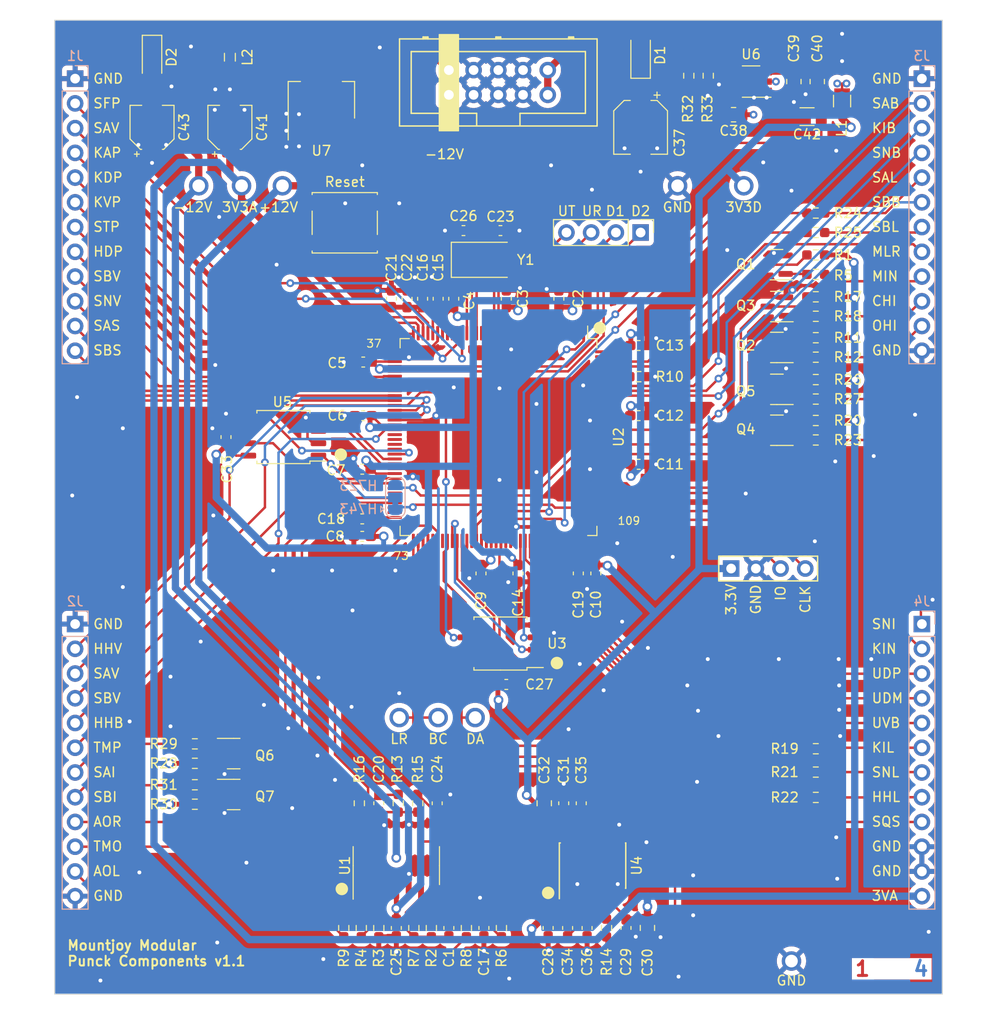
<source format=kicad_pcb>
(kicad_pcb (version 20240108) (generator "pcbnew") (generator_version "8.0")
  (layers (0 "F.Cu" signal) (1 "In1.Cu" signal) (2 "In2.Cu" signal) (31 "B.Cu" signal) (34 "B.Paste" user) (35 "F.Paste" user) (36 "B.SilkS" user "B.Silkscreen") (37 "F.SilkS" user "F.Silkscreen") (38 "B.Mask" user) (39 "F.Mask" user) (44 "Edge.Cuts" user))
  (net 0 "")
  (net 1 "+3.3VA")
  (net 2 "/KICK_IN")
  (net 3 "/SN_BTN")
  (net 4 "/SN_LED")
  (net 5 "/HH_BTN")
  (net 6 "/HH_LED")
  (net 7 "/SA_BTN")
  (net 8 "/SA_LED")
  (net 9 "/SNARE_IN")
  (net 10 "GND")
  (net 11 "/KI_BTN")
  (net 12 "/KI_LED")
  (net 13 "/CH_IN")
  (net 14 "/SB_BTN")
  (net 15 "/SB_LED")
  (net 16 "/KICK_ATTACK_POT")
  (net 17 "/KICK_DECAY_POT")
  (net 18 "/KICK_VOL_POT")
  (net 19 "/SNARE_FILTER_POT")
  (net 20 "/SNARE_TUNING_POT")
  (net 21 "/SNARE_VOL_POT")
  (net 22 "/OH_IN")
  (net 23 "/HIHAT_DECAY_POT")
  (net 24 "/HIHAT_VOL_POT")
  (net 25 "/SAMPLER_A_VOICE_POT")
  (net 26 "/SAMPLER_A_SPEED_POT")
  (net 27 "/SAMPLER_A_VOL_POT")
  (net 28 "/SAMPLER_B_VOICE_POT")
  (net 29 "/SAMPLER_B_SPEED_POT")
  (net 30 "/SAMPLER_B_VOL_POT")
  (net 31 "/TEMPO_OUT")
  (net 32 "/USB_DP")
  (net 33 "/USB_DM")
  (net 34 "/USB_VBUS")
  (net 35 "/MIDI_IN")
  (net 36 "/MIDI_LEARN")
  (net 37 "/SEQ_SELECT")
  (net 38 "/TEMPO_POT")
  (net 39 "/AUDIO_OUT_R")
  (net 40 "/AUDIO_OUT_L")
  (net 41 "/SWCLK")
  (net 42 "/SWIO")
  (net 43 "+3V3")
  (net 44 "-12V")
  (net 45 "+12V")
  (net 46 "/VSW")
  (net 47 "/CB")
  (net 48 "Net-(Q1-Pad1)")
  (net 49 "/KICK_CLAMP")
  (net 50 "Net-(Q2-Pad1)")
  (net 51 "/SAMPLER_A_CLAMP")
  (net 52 "Net-(Q3-Pad1)")
  (net 53 "/SNARE_CLAMP")
  (net 54 "Net-(Q4-Pad1)")
  (net 55 "/SAMPLER_B_CLAMP")
  (net 56 "Net-(Q5-Pad1)")
  (net 57 "/CH_CLAMP")
  (net 58 "Net-(Q6-Pad1)")
  (net 59 "Net-(Q7-Pad1)")
  (net 60 "/OH_CLAMP")
  (net 61 "/SAMPLER_A_IN")
  (net 62 "/SAMPLER_B_IN")
  (net 63 "/KI_LED_OUT")
  (net 64 "/SN_LED_OUT")
  (net 65 "/HH_LED_OUT")
  (net 66 "Net-(RESET1-Pad1)")
  (net 67 "/SA_LED_OUT")
  (net 68 "/SB_LED_OUT")
  (net 69 "VCC")
  (net 70 "VEE")
  (net 82 "/DAC_DATA")
  (net 83 "/DAC1")
  (net 84 "/DAC2")
  (net 85 "/QSPI_CLK")
  (net 90 "/QSPI_BK2_IO0")
  (net 91 "/QSPI_BK2_IO1")
  (net 92 "/QSPI_BK2_IO2")
  (net 93 "/QSPI_BK2_IO3")
  (net 99 "/QSPI_BK1_IO0")
  (net 100 "/QSPI_BK1_IO1")
  (net 101 "/QSPI_BK1_IO3")
  (net 106 "/QSPI_BK1_NCS")
  (net 110 "Net-(C17-Pad1)")
  (net 113 "/QSPI_BK2_NCS")
  (net 117 "/DAC_BCLK")
  (net 126 "/DAC_LRCLK")
  (net 127 "/QSPI_BK1_IO2")
  (net 128 "/DAC_OUT_L")
  (net 129 "/DAC_OUT_R")
  (net 131 "Net-(C20-Pad1)")
  (net 132 "Net-(C23-Pad1)")
  (net 133 "Net-(C24-Pad1)")
  (net 134 "/FB")
  (net 135 "Net-(C35-Pad2)")
  (net 136 "/VO")
  (net 142 "/TEMPO_CLOCK")
  (net 143 "Net-(U1-Pad8)")
  (net 145 "/OCTOSPIM_P2_NCS")
  (net 146 "Net-(JP1-Pad2)")
  (net 147 "/UART_RX")
  (net 148 "/UART_TX")
  (net 149 "Net-(C1-Pad1)")
  (net 150 "Net-(C1-Pad2)")
  (net 151 "Net-(C18-Pad1)")
  (net 152 "Net-(C19-Pad1)")
  (net 153 "Net-(C20-Pad2)")
  (net 154 "Net-(C26-Pad1)")
  (net 155 "Net-(C34-Pad1)")
  (net 156 "Net-(C34-Pad2)")
  (net 157 "Net-(C36-Pad1)")
  (net 158 "/MIDI_UART")
  (net 159 "Net-(R3-Pad1)")
  (net 160 "Net-(R4-Pad1)")
  (net 161 "Net-(R10-Pad2)")
  (footprint "Resistor_SMD:R_0603_1608Metric_Pad0.98x0.95mm_HandSolder" (layer "F.Cu") (at 148.2 88.9 180)
    (property "Reference" "R27")
    (property "Value" "4k7")
  )
  (footprint "Resistor_SMD:R_0603_1608Metric_Pad0.98x0.95mm_HandSolder" (layer "F.Cu") (at 148.2 129.8 180)
    (property "Reference" "R22")
    (property "Value" "560")
  )
  (footprint "Resistor_SMD:R_0603_1608Metric_Pad0.98x0.95mm_HandSolder" (layer "F.Cu") (at 148.2 80.4 180)
    (property "Reference" "R18")
    (property "Value" "4k7")
  )
  (footprint "Resistor_SMD:R_0603_1608Metric_Pad0.98x0.95mm_HandSolder" (layer "F.Cu") (at 112.3 143.2 -90)
    (property "Reference" "R8")
    (property "Value" "1k")
  )
  (footprint "Custom_Footprints:Eurorack_10_pin_header" (layer "F.Cu") (at 110.5 57.6625)
    (property "Reference" "J7" (hide yes))
    (property "Value" "Eurorack_10_pin_power")
  )
  (footprint "Capacitor_SMD:C_0603_1608Metric_Pad1.08x0.95mm_HandSolder" (layer "F.Cu") (at 116.4 78.6 -90)
    (property "Reference" "C3")
    (property "Value" "100nF")
  )
  (footprint "Resistor_SMD:R_0805_2012Metric" (layer "F.Cu") (at 148.35 56.3 -90)
    (property "Reference" "C40")
    (property "Value" "10uF")
  )
  (footprint "Package_TO_SOT_SMD:SOT-223-3_TabPin2" (layer "F.Cu") (at 97.4 58.2 90)
    (property "Reference" "U7")
    (property "Value" "LD1117-3.3-4Tab")
  )
  (footprint "Resistor_SMD:R_0603_1608Metric_Pad0.98x0.95mm_HandSolder" (layer "F.Cu") (at 148.2 78.4)
    (property "Reference" "R17")
    (property "Value" "4k7")
  )
  (footprint "Resistor_SMD:R_0603_1608Metric_Pad0.98x0.95mm_HandSolder" (layer "F.Cu") (at 84.4 126.3 180)
    (property "Reference" "R28")
    (property "Value" "4k7")
  )
  (footprint "Custom_Footprints:1.3mm_Test_Point" (layer "F.Cu") (at 145.7 146.6)
    (property "Reference" "TP9" (hide yes))
    (property "Value" "TestPoint")
  )
  (footprint "Resistor_SMD:R_0603_1608Metric_Pad0.98x0.95mm_HandSolder" (layer "F.Cu") (at 148.2 76.1 180)
    (property "Reference" "R5")
    (property "Value" "4k7")
  )
  (footprint "Custom_Footprints:SSOP-20_4.4x6.5mm_Pitch0.65mm_Round_Pads" (layer "F.Cu") (at 125.3 136.8 90)
    (property "Reference" "U4")
    (property "Value" "PCM5100APW")
  )
  (footprint "Resistor_SMD:R_0805_2012Metric" (layer "F.Cu") (at 145.95 56.3 -90)
    (property "Reference" "C39")
    (property "Value" "10uF")
  )
  (footprint "Resistor_SMD:R_0805_2012Metric" (layer "F.Cu") (at 139.75 59.7 180)
    (property "Reference" "C38")
    (property "Value" "100nF")
  )
  (footprint "Resistor_SMD:R_0603_1608Metric_Pad0.98x0.95mm_HandSolder" (layer "F.Cu") (at 84.4 130.5 180)
    (property "Reference" "R30")
    (property "Value" "4k7")
  )
  (footprint "Capacitor_SMD:C_0603_1608Metric_Pad1.08x0.95mm_HandSolder" (layer "F.Cu") (at 122.7 143.2 -90)
    (property "Reference" "C34")
    (property "Value" "2.2uF")
  )
  (footprint "Capacitor_SMD:C_0603_1608Metric_Pad1.08x0.95mm_HandSolder" (layer "F.Cu") (at 125.6 106.8 90)
    (property "Reference" "C10")
    (property "Value" "100nF")
  )
  (footprint "Package_TO_SOT_SMD:SOT-23" (layer "F.Cu") (at 88.38625 125.3)
    (property "Reference" "Q6")
    (property "Value" "MMBT3904")
  )
  (footprint "Capacitor_SMD:C_0603_1608Metric_Pad1.08x0.95mm_HandSolder" (layer "F.Cu") (at 109.3 130.4 90)
    (property "Reference" "C24")
    (property "Value" "2n2")
  )
  (footprint "Custom_Footprints:1.3mm_Test_Point" (layer "F.Cu") (at 109.4 121.6)
    (property "Reference" "TP3" (hide yes))
    (property "Value" "TestPoint")
  )
  (footprint "Resistor_SMD:R_0603_1608Metric_Pad0.98x0.95mm_HandSolder" (layer "F.Cu") (at 106.9 143.2 90)
    (property "Reference" "R7")
    (property "Value" "15k")
  )
  (footprint "Custom_Footprints:4_Layer_Markers" (layer "F.Cu") (at 156 147.4)
    (property "Reference" "FID1" (hide yes))
    (property "Value" "4_Layer_Marker")
  )
  (footprint "Capacitor_SMD:C_0603_1608Metric_Pad1.08x0.95mm_HandSolder" (layer "F.Cu") (at 105.1 143.2 -90)
    (property "Reference" "C25")
    (property "Value" "2.2uF")
  )
  (footprint "Resistor_SMD:R_0603_1608Metric_Pad0.98x0.95mm_HandSolder" (layer "F.Cu") (at 148.2 69.8 180)
    (property "Reference" "R24")
    (property "Value" "560")
  )
  (footprint "Capacitor_SMD:C_0805_2012Metric" (layer "F.Cu") (at 120.3 130.4 90)
    (property "Reference" "C32")
    (property "Value" "10uF")
  )
  (footprint "Resistor_SMD:R_0603_1608Metric_Pad0.98x0.95mm_HandSolder" (layer "F.Cu") (at 135.15 55.7 90)
    (property "Reference" "R32")
    (property "Value" "33k")
  )
  (footprint "Resistor_SMD:R_0603_1608Metric_Pad0.98x0.95mm_HandSolder" (layer "F.Cu") (at 101.5 143.2 -90)
    (property "Reference" "R4")
    (property "Value" "10k")
  )
  (footprint "Custom_Footprints:1.3mm_Test_Point" (layer "F.Cu") (at 84.8 67)
    (property "Reference" "TP8" (hide yes))
    (property "Value" "TestPoint")
  )
  (footprint "Capacitor_SMD:C_0603_1608Metric_Pad1.08x0.95mm_HandSolder" (layer "F.Cu") (at 87.6 92.8 90)
    (property "Reference" "C33")
    (property "Value" "100nF")
  )
  (footprint "Capacitor_SMD:C_0805_2012Metric" (layer "F.Cu") (at 130.9 143.2 -90)
    (property "Reference" "C30")
    (property "Value" "10uF")
  )
  (footprint "Resistor_SMD:R_0603_1608Metric_Pad0.98x0.95mm_HandSolder" (layer "F.Cu") (at 99.7 143.2 -90)
    (property "Reference" "R9")
    (property "Value" "1k")
  )
  (footprint "Capacitor_SMD:C_0603_1608Metric_Pad1.08x0.95mm_HandSolder" (layer "F.Cu") (at 111 78.6 -90)
    (property "Reference" "C4")
    (property "Value" "100nF")
  )
  (footprint "Capacitor_SMD:C_0603_1608Metric_Pad1.08x0.95mm_HandSolder" (layer "F.Cu") (at 122.3 130.4 90)
    (property "Reference" "C31")
    (property "Value" "100nF")
  )
  (footprint "Capacitor_SMD:C_0603_1608Metric_Pad1.08x0.95mm_HandSolder" (layer "F.Cu") (at 124.7 143.2 -90)
    (property "Reference" "C36")
    (property "Value" "2.2uF")
  )
  (footprint "Package_SO:SOIC-8_5.23x5.23mm_P1.27mm" (layer "F.Cu") (at 93.5 92.8 180)
    (property "Reference" "U5")
    (property "Value" "W25Q128JVS")
  )
  (footprint "Package_TO_SOT_SMD:SOT-23" (layer "F.Cu") (at 144.1625 75.1 180)
    (property "Reference" "Q1")
    (property "Value" "MMBT3904")
  )
  (footprint "Package_TO_SOT_SMD:SOT-23" (layer "F.Cu") (at 144.2 92.1 180)
    (property "Reference" "Q4")
    (property "Value" "MMBT3904")
  )
  (footprint "Custom_Footprints:1.3mm_Test_Point" (layer "F.Cu") (at 93.4 67)
    (property "Reference" "TP7" (hide yes))
    (property "Value" "TestPoint")
  )
  (footprint "Resistor_SMD:R_0603_1608Metric_Pad0.98x0.95mm_HandSolder" (layer "F.Cu") (at 148.2 71.8 180)
    (property "Reference" "R25")
    (property "Value" "560")
  )
  (footprint "Resistor_SMD:R_0603_1608Metric_Pad0.98x0.95mm_HandSolder" (layer "F.Cu") (at 137.15 55.7 -90)
    (property "Reference" "R33")
    (property "Value" "10k")
  )
  (footprint "Custom_Footprints:L_0806" (layer "F.Cu") (at 150.9 58.3 -90)
    (property "Reference" "L1")
    (property "Value" "3.3uH")
  )
  (footprint "Package_TO_SOT_SMD:SOT-23" (layer "F.Cu") (at 88.38625 129.5)
    (property "Reference" "Q7")
    (property "Value" "MMBT3904")
  )
  (footprint "Resistor_SMD:R_0603_1608Metric" (layer "F.Cu") (at 130 86.6 180)
    (property "Reference" "R10")
    (property "Value" "100k")
  )
  (footprint "Package_SO:SOIC-14_3.9x8.7mm_P1.27mm" (layer "F.Cu") (at 105.1 136.8 90)
    (property "Reference" "U1")
    (property "Value" "TL074")
  )
  (footprint "Resistor_SMD:R_0603_1608Metric_Pad0.98x0.95mm_HandSolder" (layer "F.Cu") (at 101.3 130.4 90)
    (property "Reference" "R16")
    (property "Value" "1k")
  )
  (footprint "Capacitor_SMD:C_0603_1608Metric_Pad1.08x0.95mm_HandSolder" (layer "F.Cu") (at 130 95.6 180)
    (property "Reference" "C11")
    (property "Value" "100nF")
  )
  (footprint "Resistor_SMD:R_0603_1608Metric_Pad0.98x0.95mm_HandSolder" (layer "F.Cu") (at 105.3 130.4 -90)
    (property "Reference" "R13")
    (property "Value" "47k")
  )
  (footprint "Connector_PinHeader_2.54mm:PinHeader_1x04_P2.54mm_Vertical" (layer "F.Cu") (at 130.2 71.8 -90)
    (property "Reference" "J5" (hide yes))
    (property "Value" "Debug_Header")
  )
  (footprint "Package_TO_SOT_SMD:SOT-23" (layer "F.Cu") (at 144.2 83.6 180)
    (property "Reference" "Q2")
    (property "Value" "MMBT3904")
  )
  (footprint "Resistor_SMD:R_0603_1608Metric_Pad0.98x0.95mm_HandSolder" (layer "F.Cu") (at 148.2 93.1 180)
    (property "Reference" "R23")
    (property "Value" "4k7")
  )
  (footprint "Capacitor_SMD:C_0603_1608Metric_Pad1.08x0.95mm_HandSolder" (layer "F.Cu") (at 101.7 90.6)
    (property "Reference" "C6")
    (property "Value" "100nF")
  )
  (footprint "Capacitor_SMD:C_0603_1608Metric_Pad1.08x0.95mm_HandSolder" (layer "F.Cu") (at 120.7 143.2 -90)
    (property "Reference" "C28")
    (property "Value" "100nF")
  )
  (footprint "Capacitor_SMD:C_0603_1608Metric_Pad1.08x0.95mm_HandSolder" (layer "F.Cu") (at 130 83.4 180)
    (property "Reference" "C13")
    (property "Value" "100nF")
  )
  (footprint "Package_TO_SOT_SMD:SOT-23" (layer "F.Cu") (at 144.2 87.9 180)
    (property "Reference" "Q5")
    (property "Value" "MMBT3904")
  )
  (footprint "Resistor_SMD:R_0603_1608Metric_Pad0.98x0.95mm_HandSolder" (layer "F.Cu") (at 103.3 143.2 -90)
    (property "Reference" "R3")
    (property "Value" "15k")
  )
  (footprint "Capacitor_SMD:C_0603_1608Metric_Pad1.08x0.95mm_HandSolder" (layer "F.Cu") (at 117.6 106.8 90)
    (property "Reference" "C14")
    (property "Value" "100nF")
  )
  (footprint "Package_QFP:LQFP-144_20x20mm_P0.5mm" (layer "F.Cu") (at 115.6 92.8 -90)
    (property "Reference" "U2")
    (property "Value" "STM32H743ZITx")
  )
  (footprint "Crystal:Crystal_SMD_5032-2Pin_5.0x3.2mm" (layer "F.Cu") (at 113.8 74.6)
    (property "Reference" "Y1")
    (property "Value" "8MHz 20pF")
  )
  (footprint "Capacitor_SMD:C_0603_1608Metric_Pad1.08x0.95mm_HandSolder" (layer "F.Cu") (at 103.3 130.4 -90)
    (property "Reference" "C20")
    (property "Value" "100pF")
  )
  (footprint "Capacitor_SMD:C_0603_1608Metric_Pad1.08x0.95mm_HandSolder" (layer "F.Cu") (at 107.8 78.6 -90)
    (property "Reference" "C16")
    (property "Value" "1uF")
  )
  (footprint "Diode_SMD:D_SOD-123" (layer "F.Cu") (at 130.2 53.7125 90)
    (property "Reference" "D1")
    (property "Value" "1N5819")
  )
  (footprint "Capacitor_SMD:C_0603_1608Metric_Pad1.08x0.95mm_HandSolder" (layer "F.Cu") (at 101.7 85.1)
    (property "Reference" "C5")
    (property "Value" "100nF")
  )
  (footprint "Resistor_SMD:R_0603_1608Metric_Pad0.98x0.95mm_HandSolder" (layer "F.Cu") (at 84.4 124.3)
    (property "Reference" "R29")
    (property "Value" "4k7")
  )
  (footprint "Custom_Footprints:1.3mm_Test_Point" (layer "F.Cu") (at 105.4 121.6)
    (property "Reference" "TP1" (hide yes))
    (property "Value" "TestPoint")
  )
  (footprint "Resistor_SMD:R_0603_1608Metric_Pad0.98x0.95mm_HandSolder" (layer "F.Cu") (at 115.9 143.2 90)
    (property "Reference" "R6")
    (property "Value" "1k")
  )
  (footprint "Capacitor_SMD:C_0603_1608Metric_Pad1.08x0.95mm_HandSolder" (layer "F.Cu") (at 112 71.6 180)
    (property "Reference" "C26")
    (property "Value" "30pF")
  )
  (footprint "Resistor_SMD:R_0603_1608Metric_Pad0.98x0.95mm_HandSolder" (layer "F.Cu") (at 84.4 128.5)
    (property "Reference" "R31")
    (property "Value" "4k7")
  )
  (footprint "Resistor_SMD:R_0603_1608Metric_Pad0.98x0.95mm_HandSolder" (layer "F.Cu") (at 108.7 143.2 -90)
    (property "Reference" "R2")
    (property "Value" "47k")
  )
  (footprint "Capacitor_SMD:C_0603_1608Metric_Pad1.08x0.95mm_HandSolder" (layer "F.Cu") (at 116.4 118.2)
    (property "Reference" "C27")
    (property "Value" "100nF")
  )
  (footprint "Custom_Footprints:1.3mm_Test_Point" (layer "F.Cu") (at 89.2 67)
    (property "Reference" "TP6" (hide yes))
    (property "Value" "TestPoint")
  )
  (footprint "Package_SO:SOIC-8_5.23x5.23mm_P1.27mm" (layer "F.Cu") (at 115.8 114 180)
    (property "Reference" "U3")
    (property "Value" "W25Q128JVS")
  )
  (footprint "Capacitor_SMD:CP_Elec_4x5.8" (layer "F.Cu") (at 88 61 90)
    (property "Reference" "C41")
    (property "Value" "22uF")
  )
  (footprint "Custom_Footprints:SW_SPST_EVQQ2" (layer "F.Cu") (at 99.8 70.8 180)
    (property "Reference" "RESET1" (hide yes))
    (property "Value" "SW_Push")
  )
  (footprint "Resistor_SMD:R_0603_1608Metric_Pad0.98x0.95mm_HandSolder" (layer "F.Cu") (at 148.2 86.9)
    (property "Reference" "R26")
    (property "Value" "4k7")
  )
  (footprint "Resistor_SMD:R_1206_3216Metric" (layer "F.Cu") (at 147.3 59.9 180)
    (property "Reference" "C42")
    (property "Value" "47uF")
  )
  (footprint "Inductor_SMD:L_0805_2012Metric" (layer "F.Cu") (at 88 53.8 90)
    (property "Reference" "L2")
    (property "Value" "L")
  )
  (footprint "Package_TO_SOT_SMD:SOT-23" (layer "F.Cu") (at 144.2 79.4 180)
    (property "Reference" "Q3")
    (property "Value" "MMBT3904")
  )
  (footprint "Resistor_SMD:R_0603_1608Metric_Pad0.98x0.95mm_HandSolder" (layer "F.Cu") (at 148.2 84.6 180)
    (property "Reference" "R12")
    (property "Value" "4k7")
  )
  (footprint "Capacitor_SMD:C_0603_1608Metric_Pad1.08x0.95mm_HandSolder" (layer "F.Cu") (at 101.6 101.2 180)
    (property "Reference" "C18")
    (property "Value" "2.2uF")
  )
  (footprint "Capacitor_SMD:C_0603_1608Metric_Pad1.08x0.95mm_HandSolder" (layer "F.Cu") (at 113.8 106.8 90)
    (property "Reference" "C9")
    (property "Value" "100nF")
  )
  (footprint "Diode_SMD:D_SOD-123" (layer "F.Cu") (at 80 53.8 -90)
    (property "Reference" "D2")
    (property "Value" "1N5819")
  )
  (footprint "Capacitor_SMD:C_0603_1608Metric_Pad1.08x0.95mm_HandSolder" (layer "F.Cu") (at 128.7 143.2 -90)
    (property "Reference" "C29")
    (property "Value" "100nF")
  )
  (footprint "Resistor_SMD:R_0603_1608Metric_Pad0.98x0.95mm_HandSolder" (layer "F.Cu") (at 148.2 91.1)
    (property "Reference" "R20")
    (property "Value" "4k7")
  )
  (footprint "Capacitor_SMD:C_0603_1608Metric_Pad1.08x0.95mm_HandSolder" (layer "F.Cu") (at 124.1 130.4 -90)
    (property "Reference" "C35")
    (property "Value" "100nF")
  )
  (footprint "Capacitor_SMD:C_0603_1608Metric_Pad1.08x0.95mm_HandSolder" (layer "F.Cu") (at 101.6 96.1)
    (property "Reference" "C7")
    (property "Value" "100nF")
  )
  (footprint "Capacitor_SMD:C_0603_1608Metric_Pad1.08x0.95mm_HandSolder" (layer "F.Cu") (at 121.8 78.6 -90)
    (property "Reference" "C2")
    (property "Value" "4.7uF")
  )
  (footprint "Capacitor_SMD:CP_Elec_4x5.8" (layer "F.Cu") (at 80 61 90)
    (property "Reference" "C43")
    (property "Value" "22uF")
  )
  (footprint "Capacitor_SMD:C_0603_1608Metric_Pad1.08x0.95mm_HandSolder" (layer "F.Cu") (at 130 90.6 180)
    (property "Reference" "C12")
    (property "Value" "100nF")
  )
  (footprint "Resistor_SMD:R_0603_1608Metric_Pad0.98x0.95mm_HandSolder" (layer "F.Cu") (at 107.3 130.4 90)
    (property "Reference" "R15")
    (property "Value" "15k")
  )
  (footprint "Package_TO_SOT_SMD:SOT-23-6_Handsoldering" (layer "F.Cu") (at 141.55 56.3 180)
    (property "Reference" "U6")
    (property "Value" "TPS561201")
  )
  (footprint "Capacitor_SMD:C_0603_1608Metric_Pad1.08x0.95mm_HandSolder" (layer "F.Cu") (at 104.6 78.6 -90)
    (property "Reference" "C21")
    (property "Value" "1uF")
  )
  (footprint "Capacitor_SMD:C_0603_1608Metric_Pad1.08x0.95mm_HandSolder" (layer "F.Cu") (at 114.1 143.2 -90)
    (property "Reference" "C17")
    (property "Value" "2n2")
  )
  (footprint "Custom_Footprints:1.3mm_Test_Point" (layer "F.Cu") (at 140.8 67)
    (property "Reference" "TP5" (hide yes))
    (property "Value" "TestPoint")
  )
  (footprint "Custom_Footprints:SWD_header" (layer "F.Cu") (at 139.5 106.3)
    (property "Reference" "J6" (hide yes))
    (property "Value" "SWD_Header")
  )
  (footprint "Capacitor_SMD:CP_Elec_5x5.8" (layer "F.Cu") (at 130.2 61 -90)
    (property "Reference" "C37")
    (property "Value" "47uF")
  )
  (footprint "Capacitor_SMD:C_0603_1608Metric_Pad1.08x0.95mm_HandSolder" (layer "F.Cu") (at 123.8 106.8 -90)
    (property "Reference" "C19")
    (property "Value" "2.2uF")
  )
  (footprint "Capacitor_SMD:C_0603_1608Metric_Pad1.08x0.95mm_HandSolder" (layer "F.Cu") (at 106.2 78.6 -90)
    (property "Reference" "C22")
    (property "Value" "100nF")
  )
  (footprint "Resistor_SMD:R_0603_1608Metric_Pad0.98x0.95mm_HandSolder" (layer "F.Cu") (at 148.2 127.2 180)
    (property "Reference" "R21")
    (property "Value" "560")
  )
  (footprint "Capacitor_SMD:C_0603_1608Metric_Pad1.08x0.95mm_HandSolder" (layer "F.Cu") (at 101.6 103)
    (property "Reference" "C8")
    (property "Value" "100nF")
  )
  (footprint "Custom_Footprints:1.3mm_Test_Point" (layer "F.Cu") (at 113.2 121.6)
    (property "Reference" "TP2" (hide yes))
    (property "Value" "TestPoint")
  )
  (footprint "Capacitor_SMD:C_0603_1608Metric_Pad1.08x0.95mm_HandSolder" (layer "F.Cu") (at 109.4 78.6 -90)
    (property "Reference" "C15")
    (property "Value" "100nF")
  )
  (footprint "Resistor_SMD:R_0603_1608Metric_Pad0.98x0.95mm_HandSolder" (layer "F.Cu") (at 148.2 82.6)
    (property "Reference" "R11")
    (property "Value" "4k7")
  )
  (footprint "Resistor_SMD:R_0603_1608Metric_Pad0.98x0.95mm_HandSolder" (layer "F.Cu") (at 126.7 143.2 90)
    (property "Reference" "R14")
    (property "Value" "1k")
  )
  (footprint "Resistor_SMD:R_0603_1608Metric_Pad0.98x0.95mm_HandSolder" (layer "F.Cu") (at 148.2 74.1)
    (property "Reference" "R1")
    (property "Value" "4k7")
  )
  (footprint "Capacitor_SMD:C_0603_1608Metric_Pad1.08x0.95mm_HandSolder" (layer "F.Cu") (at 110.5 143.2 -90)
    (property "Reference" "C1")
    (property "Value" "100pF")
  )
  (footprint "Resistor_SMD:R_0603_1608Metric_Pad0.98x0.95mm_HandSolder" (layer "F.Cu") (at 148.2 124.8 180)
    (property "Reference" "R19")
    (property "Value" "560")
  )
  (footprint "Custom_Footprints:1.3mm_Test_Point" (layer "F.Cu") (at 134 67)
    (property "Reference" "TP4" (hide yes))
    (property "Value" "TestPoint")
  )
  (footprint "Capacitor_SMD:C_0603_1608Metric_Pad1.08x0.95mm_HandSolder" (layer "F.Cu") (at 115.8 71.6)
    (property "Reference" "C23")
    (property "Value" "30pF")
  )
  (footprint "Connector_PinHeader_2.54mm:PinHeader_1x12_P2.54mm_Vertical" (layer "B.Cu") (at 159.1 56 180)
    (property "Reference" "J3")
    (property "Value" "Conn_01x12_Female")
  )
  (footprint "Connector_PinHeader_2.54mm:PinHeader_1x12_P2.54mm_Vertical" (layer "B.Cu") (at 72.1 56 180)
    (property "Reference" "J1")
    (property "Value" "Conn_01x12_Female")
  )
  (footprint "Connector_PinHeader_2.54mm:PinHeader_1x12_P2.54mm_Vertical" (layer "B.Cu") (at 159.1 112 180)
    (property "Reference" "J4")
    (property "Value" "Conn_01x12_Female")
  )
  (footprint "Connector_PinHeader_2.54mm:PinHeader_1x12_P2.54mm_Vertical" (layer "B.Cu") (at 72.1 112 180)
    (property "Reference" "J2")
    (property "Value" "Conn_01x12_Female")
  )
  (footprint "Jumper:SolderJumper-3_P1.3mm_Bridged12_RoundedPad1.0x1.5mm" (layer "B.Cu") (at 105 99 90)
    (property "Reference" "JP1" (hide yes))
    (property "Value" "QSPI2_NCS_Select")
  )
  (gr_circle (center 126 81.6) (end 126.565685 81.6) (stroke (width 0.15)) (fill solid) (layer "F.SilkS"))
  (gr_circle (center 99.5 139.2) (end 98.934315 139.2) (stroke (width 0.15)) (fill solid) (layer "F.SilkS"))
  (gr_circle (center 121.6 116) (end 122.165685 116) (stroke (width 0.15)) (fill solid) (layer "F.SilkS"))
  (gr_circle (center 99.4 94.6) (end 99.965685 94.6) (stroke (width 0.15)) (fill solid) (layer "F.SilkS"))
  (gr_circle (center 120.7 139.6) (end 121.265685 139.6) (stroke (width 0.15)) (fill solid) (layer "F.SilkS"))
  (gr_rect (start 70 50) (end 161.2 150) (stroke (width 0.1)) (fill none) (layer "Edge.Cuts"))
  (gr_text "H743" (at 101.2 100.2 0) (layer "B.SilkS") (effects (font (size 1 1)) (justify mirror)))
  (gr_text "H723" (at 101.2 97.8 0) (layer "B.SilkS") (effects (font (size 1 1)) (justify mirror)))
  (gr_text "KVP" (at 75.404762 68.681815 0) (layer "F.SilkS") (effects (font (size 1 1))))
  (gr_text "73" (at 105.6 105 0) (layer "F.SilkS") (effects (font (size 0.8 0.8) (thickness 0.12))))
  (gr_text "SBV" (at 75.380953 119.609089 0) (layer "F.SilkS") (effects (font (size 1 1))))
  (gr_text "KIB" (at 155.214286 61.072726 0) (layer "F.SilkS") (effects (font (size 1 1))))
  (gr_text "HHV" (at 75.452381 114.536363 0) (layer "F.SilkS") (effects (font (size 1 1))))
  (gr_text "KIN" (at 155.22381 114.536363 0) (layer "F.SilkS") (effects (font (size 1 1))))
  (gr_text "DA" (at 113.2 123.8 0) (layer "F.SilkS") (effects (font (size 1 1))))
  (gr_text "3V3D" (at 140.8 69.2 0) (layer "F.SilkS") (effects (font (size 1 1))))
  (gr_text "GND" (at 155.485714 137.36363 0) (layer "F.SilkS") (effects (font (size 1 1))))
  (gr_text "Reset" (at 99.8 66.6 0) (layer "F.SilkS") (effects (font (size 1 1))))
  (gr_text "KIL" (at 155.104762 124.681815 0) (layer "F.SilkS") (effects (font (size 1 1))))
  (gr_text "SAV" (at 75.309524 61.072726 0) (layer "F.SilkS") (effects (font (size 1 1))))
  (gr_text "MLR" (at 155.452381 73.754541 0) (layer "F.SilkS") (effects (font (size 1 1))))
  (gr_text "SNB" (at 155.476191 63.609089 0) (layer "F.SilkS") (effects (font (size 1 1))))
  (gr_text "GND" (at 155.5 83.9 0) (layer "F.SilkS") (effects (font (size 1 1))))
  (gr_text "SBI" (at 75.190476 129.754541 0) (layer "F.SilkS") (effects (font (size 1 1))))
  (gr_text "TMP" (at 75.428572 124.681815 0) (layer "F.SilkS") (effects (font (size 1 1))))
  (gr_text "MIN" (at 155.309524 76.290904 0) (layer "F.SilkS") (effects (font (size 1 1))))
  (gr_text "SBV" (at 75.380953 76.290904 0) (layer "F.SilkS") (effects (font (size 1 1))))
  (gr_text "UDM" (at 155.557143 119.609089 0) (layer "F.SilkS") (effects (font (size 1 1))))
  (gr_text "UDP" (at 155.485714 117.072726 0) (layer "F.SilkS") (effects (font (size 1 1))))
  (gr_text "SBL" (at 155.357143 71.218178 0) (layer "F.SilkS") (effects (font (size 1 1))))
  (gr_text "UR" (at 125.2 69.6 0) (layer "F.SilkS") (effects (font (size 1 1))))
  (gr_text "AOL" (at 75.333334 137.36363 0) (layer "F.SilkS") (effects (font (size 1 1))))
  (gr_text "SQS" (at 155.438095 132.290904 0) (layer "F.SilkS") (effects (font (size 1 1))))
  (gr_text "SAB" (at 155.380953 58.536363 0) (layer "F.SilkS") (effects (font (size 1 1))))
  (gr_text "GND" (at 145.7 148.6 0) (layer "F.SilkS") (effects (font (size 1 1))))
  (gr_text "Mountjoy Modular\nPunck Components v1.1" (at 71.2 145.8 0) (layer "F.SilkS") (effects (font (size 1 1) (thickness 0.2)) (justify left)))
  (gr_text "D2" (at 130.2 69.6 0) (layer "F.SilkS") (effects (font (size 1 1))))
  (gr_text "HHL" (at 155.414286 129.754541 0) (layer "F.SilkS") (effects (font (size 1 1))))
  (gr_text "3VA" (at 155.295238 139.9 0) (layer "F.SilkS") (effects (font (size 1 1))))
  (gr_text "GND" (at 75.5 112 0) (layer "F.SilkS") (effects (font (size 1 1))))
  (gr_text "GND" (at 134 69.2 0) (layer "F.SilkS") (effects (font (size 1 1))))
  (gr_text "SNL" (at 155.366667 127.218178 0) (layer "F.SilkS") (effects (font (size 1 1))))
  (gr_text "-12V" (at 84.2 69.2 0) (layer "F.SilkS") (effects (font (size 1 1))))
  (gr_text "HHB" (at 75.52381 122.145452 0) (layer "F.SilkS") (effects (font (size 1 1))))
  (gr_text "SNI" (at 155.2 112 0) (layer "F.SilkS") (effects (font (size 1 1))))
  (gr_text "+12V" (at 93 69.2 0) (layer "F.SilkS") (effects (font (size 1 1))))
  (gr_text "GND" (at 155.5 56 0) (layer "F.SilkS") (effects (font (size 1 1))))
  (gr_text "SNV" (at 75.404762 78.827267 0) (layer "F.SilkS") (effects (font (size 1 1))))
  (gr_text "STP" (at 75.333334 71.218178 0) (layer "F.SilkS") (effects (font (size 1 1))))
  (gr_text "SBB" (at 155.452381 68.681815 0) (layer "F.SilkS") (effects (font (size 1 1))))
  (gr_text "AOR" (at 75.428572 132.290904 0) (layer "F.SilkS") (effects (font (size 1 1))))
  (gr_text "CHI" (at 155.238096 78.827267 0) (layer "F.SilkS") (effects (font (size 1 1))))
  (gr_text "BC" (at 109.4 123.8 0) (layer "F.SilkS") (effects (font (size 1 1))))
  (gr_text "3V3A" (at 89 69.2 0) (layer "F.SilkS") (effects (font (size 1 1))))
  (gr_text "GND" (at 155.485714 134.827267 0) (layer "F.SilkS") (effects (font (size 1 1))))
  (gr_text "SFP" (at 75.380953 58.536363 0) (layer "F.SilkS") (effects (font (size 1 1))))
  (gr_text "SBS" (at 75.428572 83.9 0) (layer "F.SilkS") (effects (font (size 1 1))))
  (gr_text "OHI" (at 155.261905 81.36363 0) (layer "F.SilkS") (effects (font (size 1 1))))
  (gr_text "TMO" (at 75.452381 134.827267 0) (layer "F.SilkS") (effects (font (size 1 1))))
  (gr_text "HDP" (at 75.5 73.754541 0) (layer "F.SilkS") (effects (font (size 1 1))))
  (gr_text "LR" (at 105.4 123.8 0) (layer "F.SilkS") (effects (font (size 1 1))))
  (gr_text "SAL" (at 155.285715 66.145452 0) (layer "F.SilkS") (effects (font (size 1 1))))
  (gr_text "SAS" (at 75.357143 81.36363 0) (layer "F.SilkS") (effects (font (size 1 1))))
  (gr_text "37" (at 102.8 83.2 0) (layer "F.SilkS") (effects (font (size 0.8 0.8) (thickness 0.12))))
  (gr_text "KDP" (at 75.476191 66.145452 0) (layer "F.SilkS") (effects (font (size 1 1))))
  (gr_text "D1" (at 127.6 69.6 0) (layer "F.SilkS") (effects (font (size 1 1))))
  (gr_text "109" (at 129 101.4 0) (layer "F.SilkS") (effects (font (size 0.8 0.8) (thickness 0.12))))
  (gr_text "GND" (at 75.5 139.9 0) (layer "F.SilkS") (effects (font (size 1 1))))
  (gr_text "UT" (at 122.6 69.6 0) (layer "F.SilkS") (effects (font (size 1 1))))
  (gr_text "UVB" (at 155.414286 122.145452 0) (layer "F.SilkS") (effects (font (size 1 1))))
  (gr_text "SAI" (at 75.119048 127.218178 0) (layer "F.SilkS") (effects (font (size 1 1))))
  (gr_text "SAV" (at 75.309524 117.072726 0) (layer "F.SilkS") (effects (font (size 1 1))))
  (gr_text "KAP" (at 75.404762 63.609089 0) (layer "F.SilkS") (effects (font (size 1 1))))
  (gr_text "GND" (at 75.5 56 0) (layer "F.SilkS") (effects (font (size 1 1))))
  (segment (start 149.10625 74.1) (end 151.3 74.1) (width 0.5) (layer "F.Cu") (net 1))
  (segment (start 89.2 67) (end 89.2 68.414213) (width 0.75) (layer "F.Cu") (net 1))
  (segment (start 108.35 82.1375) (end 108.35 81.063588) (width 0.25) (layer "F.Cu") (net 1))
  (segment (start 104.6 79.4625) (end 106.2 79.4625) (width 0.5) (layer "F.Cu") (net 1))
  (segment (start 126.925 140.350361) (end 126.925 139.7) (width 0.25) (layer "F.Cu") (net 1))
  (segment (start 100.248287 79.4625) (end 104.6 79.4625) (width 0.75) (layer "F.Cu") (net 1))
  (segment (start 109.4 79.4625) (end 107.8 79.4625) (width 0.5) (layer "F.Cu") (net 1))
  (segment (start 130.9 142.25) (end 130.9 141) (width 0.75) (layer "F.Cu") (net 1))
  (segment (start 120.7 142.3375) (end 120.7 141.5875) (width 0.25) (layer "F.Cu") (net 1))
  (segment (start 122.375 139.9125) (end 122.375 139.7) (width 0.25) (layer "F.Cu") (net 1))
  (segment (start 89.2 68.414213) (end 100.248287 79.4625) (width 0.75) (layer "F.Cu") (net 1))
  (segment (start 149.1125 91.1) (end 152.2 91.1) (width 0.5) (layer "F.Cu") (net 1))
  (segment (start 88 54.8625) (end 88.4625 54.8625) (width 0.75) (layer "F.Cu") (net 1))
  (segment (start 149.1125 82.6) (end 152.2 82.6) (width 0.5) (layer "F.Cu") (net 1))
  (segment (start 83.4875 126.3) (end 81.78625 126.3) (width 0.5) (layer "F.Cu") (net 1))
  (segment (start 90.6 60.2) (end 88 62.8) (width 0.75) (layer "F.Cu") (net 1))
  (segment (start 149.1125 86.9) (end 152.2 86.9) (width 0.5) (layer "F.Cu") (net 1))
  (segment (start 88.4625 54.8625) (end 90.6 57) (width 0.75) (layer "F.Cu") (net 1))
  (segment (start 109.4 79.4625) (end 108.85 80.0125) (width 0.25) (layer "F.Cu") (net 1))
  (segment (start 151.3 74.1) (end 152.1 74.9) (width 0.5) (layer "F.Cu") (net 1))
  (segment (start 149.1125 78.4) (end 152.1 78.4) (width 0.5) (layer "F.Cu") (net 1))
  (segment (start 128.7 142.3375) (end 128.7 142.125361) (width 0.25) (layer "F.Cu") (net 1))
  (segment (start 90.6 57) (end 90.6 60.2) (width 0.75) (layer "F.Cu") (net 1))
  (segment (start 108.85 80.0125) (end 108.85 82.1375) (width 0.25) (layer "F.Cu") (net 1))
  (segment (start 108.35 81.063588) (end 106.748912 79.4625) (width 0.25) (layer "F.Cu") (net 1))
  (segment (start 120.7 141.5875) (end 122.375 139.9125) (width 0.25) (layer "F.Cu") (net 1))
  (segment (start 128.7 142.3375) (end 128.7875 142.25) (width 0.5) (layer "F.Cu") (net 1))
  (segment (start 88 65.8) (end 88 62.8) (width 0.75) (layer "F.Cu") (net 1))
  (segment (start 89.2 67) (end 88 65.8) (width 0.75) (layer "F.Cu") (net 1))
  (segment (start 106.2 79.4625) (end 107.8 79.4625) (width 0.5) (layer "F.Cu") (net 1))
  (segment (start 119.9625 142.3375) (end 119 143.3) (width 0.75) (layer "F.Cu") (net 1))
  (segment (start 83.4875 130.5) (end 81.78625 130.5) (width 0.5) (layer "F.Cu") (net 1))
  (segment (start 128.7 142.125361) (end 126.925 140.350361) (width 0.25) (layer "F.Cu") (net 1))
  (segment (start 120.7 142.3375) (end 119.9625 142.3375) (width 0.75) (layer "F.Cu") (net 1))
  (segment (start 128.7875 142.25) (end 130.9 142.25) (width 0.5) (layer "F.Cu") (net 1))
  (via (at 81.78625 126.3) (size 1) (drill 0.6) (layers "F.Cu" "B.Cu") (net 1))
  (via (at 152.2 86.9) (size 1) (drill 0.6) (layers "F.Cu" "B.Cu") (net 1))
  (via (at 119 143.3) (size 1) (drill 0.6) (layers "F.Cu" "B.Cu") (net 1))
  (via (at 152.2 91.1) (size 1) (drill 0.6) (layers "F.Cu" "B.Cu") (net 1))
  (via (at 81.78625 130.5) (size 1) (drill 0.6) (layers "F.Cu" "B.Cu") (net 1))
  (via (at 152.2 78.5) (size 1) (drill 0.6) (layers "F.Cu" "B.Cu") (net 1))
  (via (at 152.2 82.6) (size 1) (drill 0.6) (layers "F.Cu" "B.Cu") (net 1))
  (via (at 152.1 74.9) (size 1) (drill 0.6) (layers "F.Cu" "B.Cu") (net 1))
  (via (at 130.9 141) (size 1) (drill 0.6) (layers "F.Cu" "B.Cu") (net 1))
  (segment (start 130.16 139.94) (end 130.96 139.94) (width 0.75) (layer "B.Cu") (net 1))
  (segment (start 152.2 139.8) (end 152.06 139.94) (width 0.75) (layer "B.Cu") (net 1))
  (segment (start 130.9 140) (end 130.96 139.94) (width 0.75) (layer "B.Cu") (net 1))
  (segment (start 119 144.2) (end 119.2 144.4) (width 0.75) (layer "B.Cu") (net 1))
  (segment (start 130.96 139.94) (end 152.06 139.94) (width 0.75) (layer "B.Cu") (net 1))
  (segment (start 152.2 75) (end 152.1 74.9) (width 0.75) (layer "B.Cu") (net 1))
  (segment (start 119.2 144.4) (end 125.7 144.4) (width 0.75) (layer "B.Cu") (net 1))
  (segment (start 80.38625 126.3) (end 81.78625 126.3) (width 0.5) (layer "B.Cu") (net 1))
  (segment (start 86.8 64.6) (end 82.8 64.6) (width 0.75) (layer "B.Cu") (net 1))
  (segment (start 152.2 75) (end 152.2 139.8) (width 0.75) (layer "B.Cu") (net 1))
  (segment (start 90 144.4) (end 119.2 144.4) (width 0.75) (layer "B.Cu") (net 1))
  (segment (start 82.8 64.6) (end 80.2 67.2) (width 0.75) (layer "B.Cu") (net 1))
  (segment (start 119 143.3) (end 119 144.2) (width 0.75) (layer "B.Cu") (net 1))
  (segment (start 125.7 144.4) (end 130.16 139.94) (width 0.75) (layer "B.Cu") (net 1))
  (segment (start 89.2 67) (end 86.8 64.6) (width 0.75) (layer "B.Cu") (net 1))
  (segment (start 152.06 139.94) (end 159 139.94) (width 0.75) (layer "B.Cu") (net 1))
  (segment (start 81.78625 130.5) (end 80.38625 130.5) (width 0.5) (layer "B.Cu") (net 1))
  (segment (start 80.2 67.2) (end 80.2 134.6) (width 0.75) (layer "B.Cu") (net 1))
  (segment (start 80.2 134.6) (end 90 144.4) (width 0.75) (layer "B.Cu") (net 1))
  (segment (start 130.9 141) (end 130.9 140) (width 0.75) (layer "B.Cu") (net 1))
  (segment (start 157.1 112.64) (end 157.1 95.2) (width 0.25) (layer "F.Cu") (net 2))
  (segment (start 155 93.1) (end 149.1125 93.1) (width 0.25) (layer "F.Cu") (net 2))
  (segment (start 159 114.54) (end 157.1 112.64) (width 0.25) (layer "F.Cu") (net 2))
  (segment (start 157.1 95.2) (end 155 93.1) (width 0.25) (layer "F.Cu") (net 2))
  (segment (start 138.15 88.55) (end 138.2 88.6) (width 0.25) (layer "F.Cu") (net 3))
  (segment (start 126.2625 88.55) (end 138.15 88.55) (width 0.25) (layer "F.Cu") (net 3))
  (via (at 138.2 88.6) (size 0.8) (drill 0.4) (layers "F.Cu" "B.Cu") (net 3))
  (segment (start 139.8 87) (end 138.2 88.6) (width 0.25) (layer "B.Cu") (net 3))
  (segment (start 159 63.62) (end 158.78 63.62) (width 0.25) (layer "B.Cu") (net 3))
  (segment (start 158.78 63.62) (end 139.8 82.6) (width 0.25) (layer "B.Cu") (net 3))
  (segment (start 139.8 82.6) (end 139.8 87) (width 0.25) (layer "B.Cu") (net 3))
  (segment (start 149.1125 127.2) (end 158.96 127.2) (width 0.25) (layer "F.Cu") (net 4))
  (segment (start 158.96 127.2) (end 159 127.24) (width 0.25) (layer "F.Cu") (net 4))
  (segment (start 104.9375 97.55) (end 96.61 97.55) (width 0.25) (layer "F.Cu") (net 5))
  (segment (start 96.61 97.55) (end 72 122.16) (width 0.25) (layer "F.Cu") (net 5))
  (segment (start 155.4925 129.78) (end 155.4725 129.8) (width 0.25) (layer "F.Cu") (net 6))
  (segment (start 155.4725 129.8) (end 149.1125 129.8) (width 0.25) (layer "F.Cu") (net 6))
  (segment (start 159 129.78) (end 155.4925 129.78) (width 0.25) (layer "F.Cu") (net 6))
  (segment (start 135.65 87.55) (end 138.2 85) (width 0.25) (layer "F.Cu") (net 7))
  (segment (start 126.2625 87.55) (end 135.65 87.55) (width 0.25) (layer "F.Cu") (net 7))
  (via (at 138.2 85) (size 0.8) (drill 0.4) (layers "F.Cu" "B.Cu") (net 7))
  (segment (start 157.86 58.54) (end 138.2 78.2) (width 0.25) (layer "B.Cu") (net 7))
  (segment (start 159 58.54) (end 157.86 58.54) (width 0.25) (layer "B.Cu") (net 7))
  (segment (start 138.2 78.2) (end 138.2 85) (width 0.25) (layer "B.Cu") (net 7))
  (segment (start 149.1125 69.8) (end 155.36 69.8) (width 0.25) (layer "F.Cu") (net 8))
  (segment (start 155.36 69.8) (end 159 66.16) (width 0.25) (layer "F.Cu") (net 8))
  (segment (start 153.9 88.9) (end 149.1125 88.9) (width 0.25) (layer "F.Cu") (net 9))
  (segment (start 159 94) (end 153.9 88.9) (width 0.25) (layer "F.Cu") (net 9))
  (segment (start 159 94) (end 159 112) (width 0.25) (layer "F.Cu") (net 9))
  (segment (start 124.975 130.4125) (end 124.1 129.5375) (width 0.25) (layer "F.Cu") (net 10))
  (segment (start 124.975 133.9) (end 124.975 130.4125) (width 0.25) (layer "F.Cu") (net 10))
  (segment (start 125.05 96.05) (end 125 96.1) (width 0.25) (layer "F.Cu") (net 10))
  (segment (start 123.675 139.7) (end 123.675 138.725) (width 0.25) (layer "F.Cu") (net 10))
  (segment (start 123.675 138.725) (end 123.7 138.7) (width 0.25) (layer "F.Cu") (net 10))
  (segment (start 123.1 130.3375) (end 122.3 129.5375) (width 0.25) (layer "F.Cu") (net 10))
  (segment (start 104.9375 96.05) (end 106 96.05) (width 0.25) (layer "F.Cu") (net 10))
  (segment (start 128.225 132.825) (end 128 132.6) (width 0.25) (layer "F.Cu") (net 10))
  (segment (start 126.2625 96.05) (end 125.05 96.05) (width 0.25) (layer "F.Cu") (net 10))
  (segment (start 116.85 83.75) (end 116.9 83.8) (width 0.25) (layer "F.Cu") (net 10))
  (segment (start 106.35 84.55) (end 106.4 84.6) (width 0.25) (layer "F.Cu") (net 10))
  (segment (start 124.8 106.8625) (end 125.6 107.6625) (width 0.25) (layer "F.Cu") (net 10))
  (segment (start 104.9375 91.05) (end 108.75 91.05) (width 0.25) (layer "F.Cu") (net 10))
  (segment (start 116.85 82.1375) (end 116.85 83.75) (width 0.25) (layer "F.Cu") (net 10))
  (segment (start 123.85 103.4625) (end 123.85 104.265685) (width 0.25) (layer "F.Cu") (net 10))
  (segment (start 128.225 133.9) (end 128.225 132.825) (width 0.25) (layer "F.Cu") (net 10))
  (segment (start 123.85 104.265685) (end 124.8 105.215685) (width 0.25) (layer "F.Cu") (net 10))
  (segment (start 125.05 91.05) (end 125 91.1) (width 0.25) (layer "F.Cu") (net 10))
  (segment (start 107.690685 84.6) (end 106.4 84.6) (width 0.25) (layer "F.Cu") (net 10))
  (segment (start 104.9375 84.55) (end 106.35 84.55) (width 0.25) (layer "F.Cu") (net 10))
  (segment (start 109.35 82.940685) (end 107.690685 84.6) (width 0.25) (layer "F.Cu") (net 10))
  (segment (start 109.35 82.1375) (end 109.35 82.940685) (width 0.25) (layer "F.Cu") (net 10))
  (segment (start 117.35 103.4625) (end 117.35 102.05) (width 0.25) (layer "F.Cu") (net 10))
  (segment (start 111.85 106.55) (end 112.6 107.3) (width 0.25) (layer "F.Cu") (net 10))
  (segment (start 123.1 133.825) (end 123.1 130.3375) (width 0.25) (layer "F.Cu") (net 10))
  (segment (start 111.85 103.4625) (end 111.85 106.55) (width 0.25) (layer "F.Cu") (net 10))
  (segment (start 127.575 133.9) (end 127.575 133.025) (width 0.25) (layer "F.Cu") (net 10))
  (segment (start 117.35 102.05) (end 117.4 102) (width 0.25) (layer "F.Cu") (net 10))
  (segment (start 126.2625 91.05) (end 125.05 91.05) (width 0.25) (layer "F.Cu") (net 10))
  (segment (start 124.8 105.215685) (end 124.8 106.8625) (width 0.25) (layer "F.Cu") (net 10))
  (segment (start 108.75 91.05) (end 109.2 90.6) (width 0.25) (layer "F.Cu") (net 10))
  (segment (start 123.025 133.9) (end 123.1 133.825) (width 0.25) (layer "F.Cu") (net 10))
  (segment (start 127.575 133.025) (end 128 132.6) (width 0.25) (layer "F.Cu") (net 10))
  (segment (start 106 96.05) (end 106.8 96.85) (width 0.25) (layer "F.Cu") (net 10))
  (via (at 94.4 130.9) (size 0.8) (drill 0.4) (layers "F.Cu" "B.Cu") (net 10))
  (via (at 135.6 137.8) (size 0.8) (drill 0.4) (layers "F.Cu" "B.Cu") (net 10))
  (via (at 84 52.7) (size 0.8) (drill 0.4) (layers "F.Cu" "B.Cu") (net 10))
  (via (at 145.7 67.5) (size 0.8) (drill 0.4) (layers "F.Cu" "B.Cu") (net 10))
  (via (at 123.95 116.1) (size 0.8) (drill 0.4) (layers "F.Cu" "B.Cu") (net 10))
  (via (at 132.25 144.15) (size 0.8) (drill 0.4) (layers "F.Cu" "B.Cu") (net 10))
  (via (at 131.8 95.6) (size 0.8) (drill 0.4) (layers "F.Cu" "B.Cu") (net 10))
  (via (at 85 113.8) (size 0.8) (drill 0.4) (layers "F.Cu" "B.Cu") (net 10))
  (via (at 147.15 57.6) (size 0.8) (drill 0.4) (layers "F.Cu" "B.Cu") (net 10))
  (via (at 105.4 119.1) (size 0.8) (drill 0.4) (layers "F.Cu" "B.Cu") (net 10))
  (via (at 115.7 97.2) (size 0.8) (drill 0.4) (layers "F.Cu" "B.Cu") (net 10))
  (via (at 128.3 111.75) (size 0.8) (drill 0.4) (layers "F.Cu" "B.Cu") (net 10))
  (via (at 145.15 90.15) (size 0.8) (drill 0.4) (layers "F.Cu" "B.Cu") (net 10))
  (via (at 150.55 115.6) (size 0.8) (drill 0.4) (layers "F.Cu" "B.Cu") (net 10))
  (via (at 97.1 117.5) (size 0.8) (drill 0.4) (layers "F.Cu" "B.Cu") (net 10))
  (via (at 108.75 76.35) (size 0.8) (drill 0.4) (layers "F.Cu" "B.Cu") (net 10))
  (via (at 103.85 132.65) (size 0.8) (drill 0.4) (layers "F.Cu" "B.Cu") (net 10))
  (via (at 131.8 90.6) (size 0.8) (drill 0.4) (layers "F.Cu" "B.Cu") (net 10))
  (via (at 103.15 77.75) (size 0.8) (drill 0.4) (layers "F.Cu" "B.Cu") (net 10))
  (via (at 86.45 59.2) (size 0.8) (drill 0.4) (layers "F.Cu" "B.Cu") (net 10))
  (via (at 139.1 73.6) (size 0.8) (drill 0.4) (layers "F.Cu" "B.Cu") (net 10))
  (via (at 89.5 59.2) (size 0.8) (drill 0.4) (layers "F.Cu" "B.Cu") (net 10))
  (via (at 99.85 68.8) (size 0.8) (drill 0.4) (layers "F.Cu" "B.Cu") (net 10))
  (via (at 92.45 106.5) (size 0.8) (drill 0.4) (layers "F.Cu" "B.Cu") (net 10))
  (via (at 134.1 148.2) (size 0.8) (drill 0.4) (layers "F.Cu" "B.Cu") (net 10))
  (via (at 95.1 59.65) (size 0.8) (drill 0.4) (layers "F.Cu" "B.Cu") (net 10))
  (via (at 99.7 85.1) (size 0.8) (drill 0.4) (layers "F.Cu" "B.Cu") (net 10))
  (via (at 93.8 61.35) (size 0.8) (drill 0.4) (layers "F.Cu" "B.Cu") (net 10))
  (via (at 122.3 128.4) (size 0.8) (drill 0.4) (layers "F.Cu" "B.Cu") (net 10))
  (via (at 125 96.1) (size 0.8) (drill 0.4) (layers "F.Cu" "B.Cu") (net 10))
  (via (at 129.7 144.1) (size 0.8) (drill 0.4) (layers "F.Cu" "B.Cu") (net 10))
  (via (at 160.2 109.5) (size 0.8) (drill 0.4) (layers "F.Cu" "B.Cu") (net 10))
  (via (at 93.8 59.6) (size 0.8) (drill 0.4) (layers "F.Cu" "B.Cu") (net 10))
  (via (at 71.8 98.8) (size 0.8) (drill 0.4) (layers "F.Cu" "B.Cu") (net 10))
  (via (at 88 57.1) (size 0.8) (drill 0.4) (layers "F.Cu" "B.Cu") (net 10))
  (via (at 153.9 115.6) (size 0.8) (drill 0.4) (layers "F.Cu" "B.Cu") (net 10))
  (via (at 130.2 65.55) (size 0.8) (drill 0.4) (layers "F.Cu" "B.Cu") (net 10))
  (via (at 86.2 91.9) (size 0.8) (drill 0.4) (layers "F.Cu" "B.Cu") (net 10))
  (via (at 143.9 73.9) (size 0.8) (drill 0.4) (layers "F.Cu" "B.Cu") (net 10))
  (via (at 135.6 141.9) (size 0.8) (drill 0.4) (layers "F.Cu" "B.Cu") (net 10))
  (via (at 80 64.65) (size 0.8) (drill 0.4) (layers "F.Cu" "B.Cu") (net 10))
  (via (at 150.7 123.5) (size 0.8) (drill 0.4) (layers "F.Cu" "B.Cu") (net 10))
  (via (at 110.65 129.5) (size 0.8) (drill 0.4) (layers "F.Cu" "B.Cu") (net 10))
  (via (at 128.55 63.15) (size 0.8) (drill 0.4) (layers "F.Cu" "B.Cu") (net 10))
  (via (at 117.4 102) (size 0.8) (drill 0.4) (layers "F.Cu" "B.Cu") (net 10))
  (via (at 95.8 90.8) (size 0.8) (drill 0.4) (layers "F.Cu" "B.Cu") (net 10))
  (via (at 143.15 57.95) (size 0.8) (drill 0.4) (layers "F.Cu" "B.Cu") (net 10))
  (via (at 86.5 57.1) (size 0.8) (drill 0.4) (layers "F.Cu" "B.Cu") (net 10))
  (via (at 77.7 122) (size 0.8) (drill 0.4) (layers "F.Cu" "B.Cu") (net 10))
  (via (at 100.7 95) (size 0.8) (drill 0.4) (layers "F.Cu" "B.Cu") (net 10))
  (via (at 119.5 89.4) (size 0.8) (drill 0.4) (layers "F.Cu" "B.Cu") (net 10))
  (via (at 130.95 114.45) (size 0.8) (drill 0.4) (layers "F.Cu" "B.Cu") (net 10))
  (via (at 137.1 57.75) (size 0.8) (drill 0.4) (layers "F.Cu" "B.Cu") (net 10))
  (via (at 86.5 85.4) (size 0.8) (drill 0.4) (layers "F.Cu" "B.Cu") (net 10))
  (via (at 154.15 94.75) (size 0.8) (drill 0.4) (layers "F.Cu" "B.Cu") (net 10))
  (via (at 116.7 148.4) (size 0.8) (drill 0.4) (layers "F.Cu" "B.Cu") (net 10))
  (via (at 101.6 64.9) (size 0.8) (drill 0.4) (layers "F.Cu" "B.Cu") (net 10))
  (via (at 130.8 134.4) (size 0.8) (drill 0.4) (layers "F.Cu" "B.Cu") (net 10))
  (via (at 126.4 118.8) (size 0.8) (drill 0.4) (layers "F.Cu" "B.Cu") (net 10))
  (via (at 106.4 137.65) (size 0.8) (drill 0.4) (layers "F.Cu" "B.Cu") (net 10))
  (via (at 107 76.4) (size 0.8) (drill 0.4) (layers "F.Cu" "B.Cu") (net 10))
  (via (at 145.1 81.7) (size 0.8) (drill 0.4) (layers "F.Cu" "B.Cu") (net 10))
  (via (at 92.8 75.1) (size 0.8) (drill 0.4) (layers "F.Cu" "B.Cu") (net 10))
  (via (at 81.9 117.4) (size 0.8) (drill 0.4) (layers "F.Cu" "B.Cu") (net 10))
  (via (at 112.6 107.3) (size 0.8) (drill 0.4) (layers "F.Cu" "B.Cu") (net 10))
  (via (at 131.8 82.65) (size 0.8) (drill 0.4) (layers "F.Cu" "B.Cu") (net 10))
  (via (at 99.5 101.2) (size 0.8) (drill 0.4) (layers "F.Cu" "B.Cu") (net 10))
  (via (at 116.6 107.7) (size 0.8) (drill 0.4) (layers "F.Cu" "B.Cu") (net 10))
  (via (at 94 122.7) (size 0.8) (drill 0.4) (layers "F.Cu" "B.Cu") (net 10))
  (via (at 109.2 90.6) (size 0.8) (drill 0.4) (layers "F.Cu" "B.Cu") (net 10))
  (via (at 78.7 137.5) (size 0.8) (drill 0.4) (layers "F.Cu" "B.Cu") (net 10))
  (via (at 144.4 115.6) (size 0.8) (drill 0.4) (layers "F.Cu" "B.Cu") (net 10))
  (via (at 135 118.3) (size 0.8) (drill 0.4) (layers "F.Cu" "B.Cu") (net 10))
  (via (at 137.1 115.6) (size 0.8) (drill 0.4) (layers "F.Cu" "B.Cu") (net 10))
  (via (at 89.7 136.5) (size 0.8) (drill 0.4) (layers "F.Cu" "B.Cu") (net 10))
  (via (at 142.8 64.6) (size 0.8) (drill 0.4) (layers "F.Cu" "B.Cu") (net 10))
  (via (at 106.4 84.6) (size 0.8) (drill 0.4) (layers "F.Cu" "B.Cu") (net 10))
  (via (at 119.5 96.4) (size 0.8) (drill 0.4) (layers "F.Cu" "B.Cu") (net 10))
  (via (at 136.1 120.9) (size 0.8) (drill 0.4) (layers "F.Cu" "B.Cu") (net 10))
  (via (at 123.7 138.7) (size 0.8) (drill 0.4) (layers "F.Cu" "B.Cu") (net 10))
  (via (at 100.5 120.5) (size 0.8) (drill 0.4) (layers "F.Cu" "B.Cu") (net 10))
  (via (at 148.1 103.5) (size 0.8) (drill 0.4) (layers "F.Cu" "B.Cu") (net 10))
  (via (at 133.5 105.1) (size 0.8) (drill 0.4) (layers "F.Cu" "B.Cu") (net 10))
  (via (at 124.7 108.4) (size 0.8) (drill 0.4) (layers "F.Cu" "B.Cu") (net 10))
  (via (at 99.5 103) (size 0.8) (drill 0.4) (layers "F.Cu" "B.Cu") (net 10))
  (via (at 86.3 100.85) (size 0.8) (drill 0.4) (layers "F.Cu" "B.Cu") (net 10))
  (via (at 120.75 145.5) (size 0.8) (drill 0.4) (layers "F.Cu" "B.Cu") (net 10))
  (via (at 158.4 90.5) (size 0.8) (drill 0.4) (layers "F.Cu" "B.Cu") (net 10))
  (via (at 77 108.2) (size 0.8) (drill 0.4) (layers "F.Cu" "B.Cu") (net 10))
  (via (at 97 125.5) (size 0.8) (drill 0.4) (layers "F.Cu" "B.Cu") (net 10))
  (via (at 121.3 112.9) (size 0.8) (drill 0.4) (layers "F.Cu" "B.Cu") (net 10))
  (via (at 125.2 67.4) (size 0.8) (drill 0.4) (layers "F.Cu" "B.Cu") (net 10))
  (via (at 150.9 51.4) (size 0.8) (drill 0.4) (layers "F.Cu" "B.Cu") (net 10))
  (via (at 122.8 122.8) (size 0.8) (drill 0.4) (layers "F.Cu" "B.Cu") (net 10))
  (via (at 124.7 145.5) (size 0.8) (drill 0.4) (layers "F.Cu" "B.Cu") (net 10))
  (via (at 106.8 96.85) (size 0.8) (drill 0.4) (layers "F.Cu" "B.Cu") (net 10))
  (via (at 150.6 118.3) (size 0.8) (drill 0.4) (layers "F.Cu" "B.Cu") (net 10))
  (via (at 141.85 57.95) (size 0.8) (drill 0.4) (layers "F.Cu" "B.Cu") (net 10))
  (via (at 87.6 90.4) (size 0.8) (drill 0.4) (layers "F.Cu" "B.Cu") (net 10))
  (via (at 136 128.2) (size 0.8) (drill 0.4) (layers "F.Cu" "B.Cu") (net 10))
  (via (at 97.6 146.4) (size 0.8) (drill 0.4) (layers "F.Cu" "B.Cu") (net 10))
  (via (at 141 98.6) (size 0.8) (drill 0.4) (layers "F.Cu" "B.Cu") (net 10))
  (via (at 105 106.5) (size 0.8) (drill 0.4) (layers "F.Cu" "B.Cu") (net 10))
  (via (at 150.6 120.8) (size 0.8) (drill 0.4) (layers "F.Cu" "B.Cu") (net 10))
  (via (at 145.8 77.7) (size 0.8) (drill 0.4) (layers "F.Cu" "B.Cu") (net 10))
  (via (at 87.45 127.4) (size 0.8) (drill 0.4) (layers "F.Cu" "B.Cu") (net 10))
  (via (at 100.6 110.6) (size 0.8) (drill 0.4) (layers "F.Cu" "B.Cu") (net 10))
  (via (at 82 56.8) (size 0.8) (drill 0.4) (layers "F.Cu" "B.Cu") (net 10))
  (via (at 87.44875 131.4) (size 0.8) (drill 0.4) (layers "F.Cu" "B.Cu") (net 10))
  (via (at 93.8 63) (size 0.8) (drill 0.4) (layers "F.Cu" "B.Cu") (net 10))
  (via (at 110.1 71.6) (size 0.8) (drill 0.4) (layers "F.Cu" "B.Cu") (net 10))
  (via (at 86.7 144.7) (size 0.8) (drill 0.4) (layers "F.Cu" "B.Cu") (net 10))
  (via (at 86.9 70.2) (size 0.8) (drill 0.4) (layers "F.Cu" "B.Cu") (net 10))
  (via (at 131.9 63.15) (size 0.8) (drill 0.4) (layers "F.Cu" "B.Cu") (net 10))
  (via (at 77 91.9) (size 0.8) (drill 0.4) (layers "F.Cu" "B.Cu") (net 10))
  (via (at 145.95 58.4) (size 0.8) (drill 0.4) (layers "F.Cu" "B.Cu") (net 10))
  (via (at 95.1 62.95) (size 0.8) (drill 0.4) (layers "F.Cu" "B.Cu") (net 10))
  (via (at 98.5 106.5) (size 0.8) (drill 0.4) (layers "F.Cu" "B.Cu") (net 10))
  (via (at 103.4 52.8) (size 0.8) (drill 0.4) (layers "F.Cu" "B.Cu") (net 10))
  (via (at 150.9 54.2) (size 0.8) (drill 0.4) (layers "F.Cu" "B.Cu") (net 10))
  (via (at 105.35 76.4) (size 0.8) (drill 0.4) (layers "F.Cu" "B.Cu") (net 10))
  (via (at 138.2 123.5) (size 0.8) (drill 0.4) (layers "F.Cu" "B.Cu") (net 10))
  (via (at 131.7 86.6) (size 0.8) (drill 0.4) (layers "F.Cu" "B.Cu") (net 10))
  (via (at 115.7 87.8) (size 0.8) (drill 0.4) (layers "F.Cu" "B.Cu") (net 10))
  (via (at 116.9 83.8) (size 0.8) (drill 0.4) (layers "F.Cu" "B.Cu") (net 10))
  (via (at 125 91.1) (size 0.8) (drill 0.4) (layers "F.Cu" "B.Cu") (net 10))
  (via (at 74.7 148.6) (size 0.8) (drill 0.4) (layers "F.Cu" "B.Cu") (net 10))
  (via (at 91.5 120.3) (size 0.8) (drill 0.4) (layers "F.Cu" "B.Cu") (net 10))
  (via (at 145.15 85.75) (size 0.8) (drill 0.4) (layers "F.Cu" "B.Cu") (net 10))
  (via (at 121 64.9) (size 0.8) (drill 0.4) (layers "F.Cu" "B.Cu") (net 10))
  (via (at 113.7 140.1) (size 0.8) (drill 0.4) (layers "F.Cu" "B.Cu") (net 10))
  (via (at 150.2 95.3) (size 0.8) (drill 0.4) (layers "F.Cu" "B.Cu") (net 10))
  (via (at 72.3 88.7) (size 0.8) (drill 0.4) (layers "F.Cu" "B.Cu") (net 10))
  (via (at 117.75 71.6) (size 0.8) (drill 0.4) (layers "F.Cu" "B.Cu") (net 10))
  (via (at 138.25 56.6) (size 0.8) (drill 0.4) (layers "F.Cu" "B.Cu") (net 10))
  (via (at 117.8 77.5) (size 0.8) (drill 0.4) (layers "F.Cu" "B.Cu") (net 10))
  (via (at 127.85 138.7) (size 0.8) (drill 0.4) (layers "F.Cu" "B.Cu") (net 10))
  (via (at 105.4 68.8) (size 0.8) (drill 0.4) (layers "F.Cu" "B.Cu") (net 10))
  (via (at 150.3 133.9) (size 0.8) (drill 0.4) (layers "F.Cu" "B.Cu") (net 10))
  (via (at 128 132.6) (size 0.8) (drill 0.4) (layers "F.Cu" "B.Cu") (net 10))
  (via (at 159.8 143.6) (size 0.8) (drill 0.4) (layers "F.Cu" "B.Cu") (net 10))
  (via (at 150.3 63.4) (size 0.8) (drill 0.4) (layers "F.Cu" "B.Cu") (net 10))
  (via (at 127.8 103.7) (size 0.8) (drill 0.4) (layers "F.Cu" "B.Cu") (net 10))
  (via (at 105.1 145.65) (size 0.8) (drill 0.4) (layers "F.Cu" "B.Cu") (net 10))
  (via (at 150.4 138.15) (size 0.8) (drill 0.4) (layers "F.Cu" "B.Cu") (net 10))
  (via (at 99.8 90.6) (size 0.8) (drill 0.4) (layers "F.Cu" "B.Cu") (net 10))
  (via (at 120.55 77.6) (size 0.8) (drill 0.4) (layers "F.Cu" "B.Cu") (net 10))
  (via (at 98.8 128) (size 0.8) (drill 0.4) (layers "F.Cu" "B.Cu") (net 10))
  (via (at 81.9 122.5) (size 0.8) (drill 0.4) (layers "F.Cu" "B.Cu") (net 10))
  (via (at 78.6 62.8) (size 0.8) (drill 0.4) (layers "F.Cu" "B.Cu") (net 10))
  (via (at 81.45 62.8) (size 0.8) (drill 0.4) (layers "F.Cu" "B.Cu") (net 10))
  (via (at 124.3 87.5) (size 0.8) (drill 0.4) (layers "F.Cu" "B.Cu") (net 10))
  (via (at 106.4 132.6) (size 0.8) (drill 0.4) (layers "F.Cu" "B.Cu") (net 10))
  (via (at 111 87.7) (size 0.8) (drill 0.4) (layers "F.Cu" "B.Cu") (net 10))
  (via (at 114.1 145.55) (size 0.8) (drill 0.4) (layers "F.Cu" "B.Cu") (net 10))
  (segment (start 136.95 88.05) (end 138.2 86.8) (width 0.25) (layer "F.Cu") (net 11))
  (segment (start 126.2625 88.05) (end 136.95 88.05) (width 0.25) (layer "F.Cu") (net 11))
  (via (at 138.2 86.8) (size 0.8) (drill 0.4) (layers "F.Cu" "B.Cu") (net 11))
  (segment (start 139.050499 85.949501) (end 138.2 86.8) (width 0.25) (layer "B.Cu") (net 11))
  (segment (start 139.050499 81.029501) (end 139.050499 85.949501) (width 0.25) (layer "B.Cu") (net 11))
  (segment (start 159 61.08) (end 139.050499 81.029501) (width 0.25) (layer "B.Cu") (net 11))
  (segment (start 149.2125 124.7) (end 159 124.7) (width 0.25) (layer "F.Cu") (net 12))
  (segment (start 149.1125 124.8) (end 149.2125 124.7) (width 0.25) (layer "F.Cu") (net 12))
  (segment (start 157.46 80.4) (end 159 78.86) (width 0.25) (layer "F.Cu") (net 13))
  (segment (start 149.1125 80.4) (end 157.46 80.4) (width 0.25) (layer "F.Cu") (net 13))
  (segment (start 138.1 90.4) (end 138.2 90.4) (width 0.25) (layer "F.Cu") (net 14))
  (segment (start 136.45 92.05) (end 138.1 90.4) (width 0.25) (layer "F.Cu") (net 14))
  (segment (start 126.2625 92.05) (end 136.45 92.05) (width 0.25) (layer "F.Cu") (net 14))
  (via (at 138.2 90.4) (size 0.8) (drill 0.4) (layers "F.Cu" "B.Cu") (net 14))
  (segment (start 155.9 68.7) (end 140.6 84) (width 0.25) (layer "B.Cu") (net 14))
  (segment (start 140.6 88) (end 138.2 90.4) (width 0.25) (layer "B.Cu") (net 14))
  (segment (start 140.6 84) (end 140.6 88) (width 0.25) (layer "B.Cu") (net 14))
  (segment (start 159 68.7) (end 155.9 68.7) (width 0.25) (layer "B.Cu") (net 14))
  (segment (start 158.44 71.8) (end 159 71.24) (width 0.25) (layer "F.Cu") (net 15))
  (segment (start 149.1125 71.8) (end 158.44 71.8) (width 0.25) (layer "F.Cu") (net 15))
  (segment (start 107.85 82.1375) (end 107.85 81.199292) (width 0.25) (layer "F.Cu") (net 16))
  (segment (start 107.150708 80.5) (end 88.88 80.5) (width 0.25) (layer "F.Cu") (net 16))
  (segment (start 107.85 81.199292) (end 107.150708 80.5) (width 0.25) (layer "F.Cu") (net 16))
  (segment (start 88.88 80.5) (end 72 63.62) (width 0.25) (layer "F.Cu") (net 16))
  (segment (start 107.35 81.334994) (end 107.090486 81.07548) (width 0.25) (layer "F.Cu") (net 17))
  (segment (start 107.35 82.1375) (end 107.35 81.334994) (width 0.25) (layer "F.Cu") (net 17))
  (segment (start 86.91548 81.07548) (end 72 66.16) (width 0.25) (layer "F.Cu") (net 17))
  (segment (start 107.090486 81.07548) (end 86.91548 81.07548) (width 0.25) (layer "F.Cu") (net 17))
  (segment (start 85.5 82.2) (end 72 68.7) (width 0.25) (layer "F.Cu") (net 18))
  (segment (start 106.85 82.1375) (end 106.7875 82.2) (width 0.25) (layer "F.Cu") (net 18))
  (segment (start 106.7875 82.2) (end 85.5 82.2) (width 0.25) (layer "F.Cu") (net 18))
  (segment (start 72 58.54) (end 90.46 77) (width 0.25) (layer "F.Cu") (net 19))
  (segment (start 90.46 77) (end 94.2 77) (width 0.25) (layer "F.Cu") (net 19))
  (segment (start 111.85 82.1375) (end 111.85 84.75) (width 0.25) (layer "F.Cu") (net 19))
  (via (at 94.2 77) (size 0.8) (drill 0.4) (layers "F.Cu" "B.Cu") (net 19))
  (via (at 111.85 84.75) (size 0.8) (drill 0.4) (layers "F.Cu" "B.Cu") (net 19))
  (segment (start 94.2 77) (end 104.1 77) (width 0.25) (layer "B.Cu") (net 19))
  (segment (start 104.1 77) (end 111.85 84.75) (width 0.25) (layer "B.Cu") (net 19))
  (segment (start 104.9375 84.05) (end 84.81 84.05) (width 0.25) (layer "F.Cu") (net 20))
  (segment (start 84.81 84.05) (end 72 71.24) (width 0.25) (layer "F.Cu") (net 20))
  (segment (start 104.91202 87.57548) (end 80.71548 87.57548) (width 0.25) (layer "F.Cu") (net 21))
  (segment (start 80.71548 87.57548) (end 72 78.86) (width 0.25) (layer "F.Cu") (net 21))
  (segment (start 104.9375 87.55) (end 104.91202 87.57548) (width 0.25) (layer "F.Cu") (net 21))
  (segment (start 155.8 84.6) (end 159 81.4) (width 0.25) (layer "F.Cu") (net 22))
  (segment (start 149.1125 84.6) (end 155.8 84.6) (width 0.25) (layer "F.Cu") (net 22))
  (segment (start 103.741521 86.624501) (end 84.844501 86.624501) (width 0.25) (layer "F.Cu") (net 23))
  (segment (start 84.844501 86.624501) (end 72 73.78) (width 0.25) (layer "F.Cu") (net 23))
  (segment (start 103.816022 86.55) (end 103.741521 86.624501) (width 0.25) (layer "F.Cu") (net 23))
  (segment (start 104.9375 86.55) (end 103.816022 86.55) (width 0.25) (layer "F.Cu") (net 23))
  (segment (start 74 91.6) (end 74 112.6) (width 0.25) (layer "F.Cu") (net 24))
  (segment (start 74 112.6) (end 72.06 114.54) (width 0.25) (layer "F.Cu") (net 24))
  (segment (start 104.9375 89.05) (end 76.55 89.05) (width 0.25) (layer "F.Cu") (net 24))
  (segment (start 76.55 89.05) (end 74 91.6) (width 0.25) (layer "F.Cu") (net 24))
  (segment (start 72 61.08) (end 89.52 78.6) (width 0.25) (layer "F.Cu") (net 25))
  (segment (start 111.35 82.1375) (end 111.35 83.25) (width 0.25) (layer "F.Cu") (net 25))
  (segment (start 89.52 78.6) (end 95.8 78.6) (width 0.25) (layer "F.Cu") (net 25))
  (segment (start 111.35 83.25) (end 109.85 84.75) (width 0.25) (layer "F.Cu") (net 25))
  (via (at 109.85 84.75) (size 0.8) (drill 0.4) (layers "F.Cu" "B.Cu") (net 25))
  (via (at 95.8 78.6) (size 0.8) (drill 0.4) (layers "F.Cu" "B.Cu") (net 25))
  (segment (start 95.8 78.6) (end 103.75 78.6) (width 0.25) (layer "B.Cu") (net 25))
  (segment (start 109.85 84.7) (end 109.85 84.75) (width 0.25) (layer "B.Cu") (net 25))
  (segment (start 103.75 78.6) (end 109.85 84.7) (width 0.25) (layer "B.Cu") (net 25))
  (segment (start 78.65 88.05) (end 104.9375 88.05) (width 0.25) (layer "F.Cu") (net 26))
  (segment (start 72 81.4) (end 78.65 88.05) (width 0.25) (layer "F.Cu") (net 26))
  (segment (start 87.97 96.17) (end 87.97 101.11) (width 0.25) (layer "F.Cu") (net 27))
  (segment (start 107.139247 90.05) (end 108.215055 88.974192) (width 0.25) (layer "F.Cu") (net 27))
  (segment (start 104.9375 90.05) (end 107.139247 90.05) (width 0.25) (layer "F.Cu") (net 27))
  (segment (start 87.97 101.11) (end 72 117.08) (width 0.25) (layer "F.Cu") (net 27))
  (via (at 87.97 96.17) (size 0.8) (drill 0.4) (layers "F.Cu" "B.Cu") (net 27))
  (via (at 108.215055 88.974192) (size 0.8) (drill 0.4) (layers "F.Cu" "B.Cu") (net 27))
  (segment (start 95.34 88.8) (end 108.040863 88.8) (width 0.25) (layer "B.Cu") (net 27))
  (segment (start 87.97 96.17) (end 95.34 88.8) (width 0.25) (layer "B.Cu") (net 27))
  (segment (start 108.040863 88.8) (end 108.215055 88.974192) (width 0.25) (layer "B.Cu") (net 27))
  (segment (start 104.913488 87.074012) (end 104.9375 87.05) (width 0.25) (layer "F.Cu") (net 28))
  (segment (start 72.12 76.32) (end 82.874012 87.074012) (width 0.25) (layer "F.Cu") (net 28))
  (segment (start 82.874012 87.074012) (end 104.913488 87.074012) (width 0.25) (layer "F.Cu") (net 28))
  (segment (start 76.61 88.55) (end 104.9375 88.55) (width 0.25) (layer "F.Cu") (net 29))
  (segment (start 72 83.94) (end 76.61 88.55) (width 0.25) (layer "F.Cu") (net 29))
  (segment (start 107.7 90.55) (end 108.25 90) (width 0.25) (layer "F.Cu") (net 30))
  (segment (start 91.6 95.4) (end 91.6 100.02) (width 0.25) (layer "F.Cu") (net 30))
  (segment (start 104.9375 90.55) (end 107.7 90.55) (width 0.25) (layer "F.Cu") (net 30))
  (segment (start 91.6 100.02) (end 72 119.62) (width 0.25) (layer "F.Cu") (net 30))
  (via (at 91.6 95.4) (size 0.8) (drill 0.4) (layers "F.Cu" "B.Cu") (net 30))
  (via (at 108.25 90) (size 0.8) (drill 0.4) (layers "F.Cu" "B.Cu") (net 30))
  (segment (start 107.85 89.6) (end 108.25 90) (width 0.25) (layer "B.Cu") (net 30))
  (segment (start 95.7 89.6) (end 107.85 89.6) (width 0.25) (layer "B.Cu") (net 30))
  (segment (start 91.6 95.4) (end 91.6 93.7) (width 0.25) (layer "B.Cu") (net 30))
  (segment (start 91.6 93.7) (end 95.7 89.6) (width 0.25) (layer "B.Cu") (net 30))
  (segment (start 90.4475 134.86) (end 72 134.86) (width 0.25) (layer "F.Cu") (net 31))
  (segment (start 99.7 144.1125) (end 90.4475 134.86) (width 0.25) (layer "F.Cu") (net 31))
  (segment (start 158.98 117.1) (end 159 117.08) (width 0.25) (layer "F.Cu") (net 32))
  (segment (start 122.35 107.95) (end 131.5 117.1) (width 0.25) (layer "F.Cu") (net 32))
  (segment (start 122.35 103.4625) (end 122.35 107.95) (width 0.25) (layer "F.Cu") (net 32))
  (segment (start 131.5 117.1) (end 158.98 117.1) (width 0.25) (layer "F.Cu") (net 32))
  (segment (start 133.22 119.62) (end 159 119.62) (width 0.25) (layer "F.Cu") (net 33))
  (segment (start 121.85 103.4625) (end 121.85 108.25) (width 0.25) (layer "F.Cu") (net 33))
  (segment (start 121.85 108.25) (end 133.22 119.62) (width 0.25) (layer "F.Cu") (net 33))
  (segment (start 134.96 122.16) (end 159 122.16) (width 0.25) (layer "F.Cu") (net 34))
  (segment (start 120.85 105.05) (end 121.4 105.6) (width 0.25) (layer "F.Cu") (net 34))
  (segment (start 121.4 108.6) (end 134.96 122.16) (width 0.25) (layer "F.Cu") (net 34))
  (segment (start 121.4 105.6) (end 121.4 108.6) (width 0.25) (layer "F.Cu") (net 34))
  (segment (start 120.85 103.4625) (end 120.85 105.05) (width 0.25) (layer "F.Cu") (net 34))
  (segment (start 149.1125 76.1) (end 149.8125 76.8) (width 0.25) (layer "F.Cu") (net 35))
  (segment (start 158.52 76.8) (end 159 76.32) (width 0.25) (layer "F.Cu") (net 35))
  (segment (start 149.8125 76.8) (end 158.52 76.8) (width 0.25) (layer "F.Cu") (net 35))
  (segment (start 126.2625 85.05) (end 130.95 85.05) (width 0.25) (layer "F.Cu") (net 36))
  (segment (start 159 73.78) (end 158.22 73) (width 0.25) (layer "F.Cu") (net 36))
  (segment (start 130.95 85.05) (end 143 73) (width 0.25) (layer "F.Cu") (net 36))
  (segment (start 158.22 73) (end 143 73) (width 0.25) (layer "F.Cu") (net 36))
  (segment (start 119.6 106.604505) (end 118.35 105.354505) (width 0.25) (layer "F.Cu") (net 37))
  (segment (start 118.35 105.354505) (end 118.35 103.4625) (width 0.25) (layer "F.Cu") (net 37))
  (segment (start 159 132.32) (end 142.52 132.32) (width 0.25) (layer "F.Cu") (net 37))
  (segment (start 119.6 109.4) (end 119.6 106.604505) (width 0.25) (layer "F.Cu") (net 37))
  (segment (start 142.52 132.32) (end 119.6 109.4) (width 0.25) (layer "F.Cu") (net 37))
  (segment (start 93 103.7) (end 93 102.7) (width 0.25) (layer "F.Cu") (net 38))
  (segment (start 72 124.7) (end 93 103.7) (width 0.25) (layer "F.Cu") (net 38))
  (segment (start 104.9375 92.05) (end 103.95 92.05) (width 0.25) (layer "F.Cu") (net 38))
  (segment (start 103.95 92.05) (end 103 93) (width 0.25) (layer "F.Cu") (net 38))
  (via (at 93 102.7) (size 0.8) (drill 0.4) (layers "F.Cu" "B.Cu") (net 38))
  (via (at 103 93) (size 0.8) (drill 0.4) (layers "F.Cu" "B.Cu") (net 38))
  (segment (start 103 93) (end 94.4 93) (width 0.25) (layer "B.Cu") (net 38))
  (segment (start 94.4 93) (end 93 94.4) (width 0.25) (layer "B.Cu") (net 38))
  (segment (start 93 94.4) (end 93 102.7) (width 0.25) (layer "B.Cu") (net 38))
  (segment (start 96.48 132.32) (end 72 132.32) (width 0.25) (layer "F.Cu") (net 39))
  (segment (start 101.3 129.4875) (end 99.3125 129.4875) (width 0.25) (layer "F.Cu") (net 39))
  (segment (start 99.3125 129.4875) (end 96.48 132.32) (width 0.25) (layer "F.Cu") (net 39))
  (segment (start 72 137.4) (end 82.5 147.9) (width 0.25) (layer "F.Cu") (net 40))
  (segment (start 108.5125 147.9) (end 112.3 144.1125) (width 0.25) (layer "F.Cu") (net 40))
  (segment (start 82.5 147.9) (end 108.5125 147.9) (width 0.25) (layer "F.Cu") (net 40))
  (segment (start 127.125 101.55) (end 126.2625 101.55) (width 0.25) (layer "F.Cu") (net 41))
  (segment (start 147.12 106.3) (end 147.1 106.3) (width 0.25) (layer "F.Cu") (net 41))
  (segment (start 141.2 100.4) (end 128.275 100.4) (width 0.25) (layer "F.Cu") (net 41))
  (segment (start 147.1 106.3) (end 141.2 100.4) (width 0.25) (layer "F.Cu") (net 41))
  (segment (start 128.275 100.4) (end 127.125 101.55) (width 0.25) (layer "F.Cu") (net 41))
  (segment (start 122.85 102.659994) (end 123.309994 102.2) (width 0.25) (layer "F.Cu") (net 42))
  (segment (start 128.3 101.3) (end 139.58 101.3) (width 0.25) (layer "F.Cu") (net 42))
  (segment (start 139.58 101.3) (end 144.58 106.3) (width 0.25) (layer "F.Cu") (net 42))
  (segment (start 123.309994 102.2) (end 127.4 102.2) (width 0.25) (layer "F.Cu") (net 42))
  (segment (start 127.4 102.2) (end 128.3 101.3) (width 0.25) (layer "F.Cu") (net 42))
  (segment (start 122.85 103.4625) (end 122.85 102.659994) (width 0.25) (layer "F.Cu") (net 42))
  (segment (start 129.1375 90.6) (end 129.1375 89.6625) (width 0.5) (layer "F.Cu") (net 43))
  (segment (start 135.15 56.6125) (end 135.15 60.75) (width 0.25) (layer "F.Cu") (net 43))
  (segment (start 149.4625 59.2) (end 148.7625 59.9) (width 0.5) (layer "F.Cu") (net 43))
  (segment (start 150.9 59.2) (end 150.9 60.1) (width 0.75) (layer "F.Cu") (net 43))
  (segment (start 122.8625 79.4625) (end 123.2 79.8) (width 0.5) (layer "F.Cu") (net 43))
  (segment (start 102 95.2) (end 102 95.6375) (width 0.5) (layer "F.Cu") (net 43))
  (segment (start 121.8 79.4625) (end 122.8625 79.4625) (width 0.5) (layer "F.Cu") (net 43))
  (segment (start 103.0125 96.55) (end 102.5625 96.1) (width 0.25) (layer "F.Cu") (net 43))
  (segment (start 112.2 115.905) (end 113.2425 115.905) (width 0.5) (layer "F.Cu") (net 43))
  (segment (start 103.5125 91.55) (end 104.9375 91.55) (width 0.25) (layer "F.Cu") (net 43))
  (segment (start 103.2625 85.8) (end 103.4 85.8) (width 0.25) (layer "F.Cu") (net 43))
  (segment (start 129.0875 95.55) (end 126.2625 95.55) (width 0.25) (layer "F.Cu") (net 43))
  (segment (start 124.35 104.05) (end 125.6 105.3) (width 0.25) (layer "F.Cu") (net 43))
  (segment (start 150.9 59.2) (end 149.4625 59.2) (width 0.5) (layer "F.Cu") (net 43))
  (segment (start 124.325 133.9) (end 124.325 134.8) (width 0.25) (layer "F.Cu") (net 43))
  (segment (start 111 79.4625) (end 111 80) (width 0.25) (layer "F.Cu") (net 43))
  (segment (start 102.5625 85.1) (end 103.2625 85.8) (width 0.25) (layer "F.Cu") (net 43))
  (segment (start 104.9375 101.55) (end 103.9125 101.55) (width 0.25) (layer "F.Cu") (net 43))
  (segment (start 102.4 91.8) (end 102.4 90.7625) (width 0.5) (layer "F.Cu") (net 43))
  (segment (start 115.5375 118.2) (end 115.5375 119.7375) (width 0.5) (layer "F.Cu") (net 43))
  (segment (start 87.6 93.6625) (end 86.6625 94.6) (width 0.5) (layer "F.Cu") (net 43))
  (segment (start 117.2625 79.4625) (end 117.6 79.8) (width 0.5) (layer "F.Cu") (net 43))
  (segment (start 87.6 93.6625) (end 88.6425 94.705) (width 0.25) (layer "F.Cu") (net 43))
  (segment (start 148.2 62.6) (end 148.7625 62.0375) (width 0.25) (layer "F.Cu") (net 43))
  (segment (start 129.2 83.4) (end 129.2 82.2) (width 0.5) (layer "F.Cu") (net 43))
  (segment (start 128.05 84.55) (end 128.55 84.05) (width 0.25) (layer "F.Cu") (net 43))
  (segment (start 112.35 103.4625) (end 112.35 104.75) (width 0.25) (layer "F.Cu") (net 43))
  (segment (start 117.85 105.6875) (end 117.85 103.4625) (width 0.25) (layer "F.Cu") (net 43))
  (segment (start 116.35 79.5125) (end 116.4 79.4625) (width 0.25) (layer "F.Cu") (net 43))
  (segment (start 148.7625 62.0375) (end 148.7625 59.9) (width 0.25) (layer "F.Cu") (net 43))
  (segment (start 120.3 131.35) (end 118.5 129.55) (width 0.5) (layer "F.Cu") (net 43))
  (segment (start 129.1375 95.6) (end 129.0875 95.55) (width 0.25) (layer "F.Cu") (net 43))
  (segment (start 125.6 105.3) (end 125.6 105.9375) (width 0.25) (layer "F.Cu") (net 43))
  (segment (start 102.6125 85.05) (end 104.9375 85.05) (width 0.25) (layer "F.Cu") (net 43))
  (segment (start 124.325 134.8) (end 123.925 135.2) (width 0.25) (layer "F.Cu") (net 43))
  (segment (start 122.375 133.9) (end 122.375 131.3375) (width 0.25) (layer "F.Cu") (net 43))
  (segment (start 122.9 135.2) (end 122.375 134.675) (width 0.25) (layer "F.Cu") (net 43))
  (segment (start 122.375 131.3375) (end 122.3 131.2625) (width 0.25) (layer "F.Cu") (net 43))
  (segment (start 117.6 105.9375) (end 117.6 105.8) (width 0.5) (layer "F.Cu") (net 43))
  (segment (start 125.6 105.9375) (end 126.7375 105.9375) (width 0.5) (layer "F.Cu") (net 43))
  (segment (start 129.1375 95.6) (end 129.2 95.6625) (width 0.5) (layer "F.Cu") (net 43))
  (segment (start 111 80) (end 111.4 80.4) (width 0.25) (layer "F.Cu") (net 43))
  (segment (start 86.6625 94.6) (end 86.6 94.6) (width 0.5) (layer "F.Cu") (net 43))
  (segment (start 115.5375 119.7375) (end 115.6 119.8) (width 0.5) (layer "F.Cu") (net 43))
  (segment (start 124.35 103.4625) (end 124.35 104.05) (width 0.25) (layer "F.Cu") (net 43))
  (segment (start 103.9125 101.55) (end 102.4625 103) (width 0.25) (layer "F.Cu") (net 43))
  (segment (start 122.375 134.675) (end 122.375 133.9) (width 0.25) (layer "F.Cu") (net 43))
  (segment (start 109.85 82.1375) (end 109.85 80.6125) (width 0.25) (layer "F.Cu") (net 43))
  (segment (start 116.35 82.1375) (end 116.35 79.5125) (width 0.25) (layer "F.Cu") (net 43))
  (segment (start 123.925 135.2) (end 122.9 135.2) (width 0.25) (layer "F.Cu") (net 43))
  (segment (start 117.6 105.8) (end 117 105.2) (width 0.5) (layer "F.Cu") (net 43))
  (segment (start 126.2625 84.55) (end 128.05 84.55) (width 0.25) (layer "F.Cu") (net 43))
  (segment (start 102.4 90.7625) (end 102.5625 90.6) (width 0.5) (layer "F.Cu") (net 43))
  (segment (start 114.2 106) (end 114.8 105.4) (width 0.5) (layer "F.Cu") (net 43))
  (segment (start 121.85 79.5125) (end 121.8 79.4625) (width 0.25) (layer "F.Cu") (net 43))
  (segment (start 129.2 95.6625) (end 129.2 96.8) (width 0.5) (layer "F.Cu") (net 43))
  (segment (start 102 95.6375) (end 102.4625 96.1) (width 0.5) (layer "F.Cu") (net 43))
  (segment (start 122.2125 131.35) (end 122.3 131.2625) (width 0.5) (layer "F.Cu") (net 43))
  (segment (start 126.2625 84.05) (end 128.55 84.05) (width 0.25) (layer "F.Cu") (net 43))
  (segment (start 129.1375 89.6625) (end 129.2 89.6) (width 0.5) (layer "F.Cu") (net 43))
  (segment (start 113.6 106) (end 113.8 106) (width 0.25) (layer "F.Cu") (net 43))
  (segment (start 113.8 106) (end 114.2 106) (width 0.5) (layer "F.Cu") (net 43))
  (segment (start 109.85 80.6125) (end 111 79.4625) (width 0.25) (layer "F.Cu") (net 43))
  (segment (start 113.2425 115.905) (end 115.5375 118.2) (width 0.5) (layer "F.Cu") (net 43))
  (segment (start 150.9 60.1) (end 151.8 61) (width 0.75) (layer "F.Cu") (net 43))
  (segment (start 102.5625 90.6) (end 103.5125 91.55) (width 0.25) (layer "F.Cu") (net 43))
  (segment (start 120.3 131.35) (end 122.2125 131.35) (width 0.5) (layer "F.Cu") (net 43))
  (segment (start 126.2625 90.55) (end 129.0875 90.55) (width 0.25) (layer "F.Cu") (net 43))
  (segment (start 128.55 84.05) (end 129.2 83.4) (width 0.25) (layer "F.Cu") (net 43))
  (segment (start 112.35 104.75) (end 113.6 106) (width 0.25) (layer "F.Cu") (net 43))
  (segment (start 116.4 79.4625) (end 117.2625 79.4625) (width 0.5) (layer "F.Cu") (net 43))
  (segment (start 137 62.6) (end 148.2 62.6) (width 0.25) (layer "F.Cu") (net 43))
  (segment (start 126.7375 105.9375) (end 126.8 106) (width 0.5) (layer "F.Cu") (net 43))
  (segment (start 121.85 82.1375) (end 121.85 79.5125) (width 0.25) (layer "F.Cu") (net 43))
  (segment (start 102.4625 103) (end 103.8 103) (width 0.5) (layer "F.Cu") (net 43))
  (segment (start 135.15 60.75) (end 137 62.6) (width 0.25) (layer "F.Cu") (net 43))
  (segment (start 88.6425 94.705) (end 89.9 94.705) (width 0.25) (layer "F.Cu") (net 43))
  (segment (start 104.9375 96.55) (end 103.0125 96.55) (width 0.25) (layer "F.Cu") (net 43))
  (via (at 151.8 61) (size 1) (drill 0.6) (layers "F.Cu" "B.Cu") (net 43))
  (via (at 118.5 129.55) (size 1) (drill 0.6) (layers "F.Cu" "B.Cu") (net 43))
  (via (at 129.2 96.8) (size 1) (drill 0.6) (layers "F.Cu" "B.Cu") (net 43))
  (via (at 129.2 89.6) (size 1) (drill 0.6) (layers "F.Cu" "B.Cu") (net 43))
  (via (at 115.6 119.8) (size 1) (drill 0.6) (layers "F.Cu" "B.Cu") (net 43))
  (via (at 86.6 94.6) (size 1) (drill 0.6) (layers "F.Cu" "B.Cu") (net 43))
  (via (at 126.8 106) (size 1) (drill 0.6) (layers "F.Cu" "B.Cu") (net 43))
  (via (at 114.8 105.4) (size 1) (drill 0.6) (layers "F.Cu" "B.Cu") (net 43))
  (via (at 123.2 79.8) (size 1) (drill 0.6) (layers "F.Cu" "B.Cu") (net 43))
  (via (at 102 95.2) (size 1) (drill 0.6) (layers "F.Cu" "B.Cu") (net 43))
  (via (at 111.4 80.4) (size 1) (drill 0.6) (layers "F.Cu" "B.Cu") (net 43))
  (via (at 103.8 103) (size 1) (drill 0.6) (layers "F.Cu" "B.Cu") (net 43))
  (via (at 102.4 91.8) (size 1) (drill 0.6) (layers "F.Cu" "B.Cu") (net 43))
  (via (at 117.6 79.8) (size 1) (drill 0.6) (layers "F.Cu" "B.Cu") (net 43))
  (via (at 129.2 82.2) (size 1) (drill 0.6) (layers "F.Cu" "B.Cu") (net 43))
  (via (at 103.4 85.8) (size 1) (drill 0.6) (layers "F.Cu" "B.Cu") (net 43))
  (via (at 117 105.2) (size 0.8) (drill 0.4) (layers "F.Cu" "B.Cu") (net 43))
  (segment (start 108.4 95.8) (end 108.4 102.2) (width 0.75) (layer "B.Cu") (net 43))
  (segment (start 116.4 104.6) (end 117 105.2) (width 0.75) (layer "B.Cu") (net 43))
  (segment (start 113 80.6) (end 112.8 80.4) (width 0.75) (layer "B.Cu") (net 43))
  (segment (start 130 82.2) (end 130.2 82.4) (width 0.5) (layer "B.Cu") (net 43))
  (segment (start 108.4 102.2) (end 106.4 104.2) (width 0.75) (layer "B.Cu") (net 43))
  (segment (start 139.1 65.2) (end 143.3 61) (width 0.75) (layer "B.Cu") (net 43))
  (segment (start 114.8 104.6) (end 114.8 105.4) (width 0.75) (layer "B.Cu") (net 43))
  (segment (start 143.3 61) (end 151.8 61) (width 0.75) (layer "B.Cu") (net 43))
  (segment (start 118.6 124) (end 118.6 129.45) (width 0.75) (layer "B.Cu") (net 43))
  (segment (start 139.5 106.3) (end 136.2 106.3) (width 0.75) (layer "B.Cu") (net 43))
  (segment (start 113 103.6) (end 114 104.6) (width 0.75) (layer "B.Cu") (net 43))
  (segment (start 102.6 95.8) (end 113 95.8) (width 0.75) (layer "B.Cu") (net 43))
  (segment (start 106.4 104.2) (end 91.8 104.2) (width 0.75) (layer "B.Cu") (net 43))
  (segment (start 115.6 121) (end 115.6 119.8) (width 0.75) (layer "B.Cu") (net 43))
  (segment (start 114 104.6) (end 116.4 104.6) (width 0.75) (layer "B.Cu") (net 43))
  (segment (start 129.2 89.6) (end 130.2 89.6) (width 0.5) (layer "B.Cu") (net 43))
  (segment (start 130.2 95.8) (end 129.2 96.8) (width 0.75) (layer "B.Cu") (net 43))
  (segment (start 136.2 106.4) (end 136.2 68.1) (width 0.75) (layer "B.Cu") (net 43))
  (segment (start 102.6 95.8) (end 102 95.2) (width 0.75) (layer "B.Cu") (net 43))
  (segment (start 113 85.8) (end 113 103.6) (width 0.75) (layer "B.Cu") (net 43))
  (segment (start 103.8 103) (end 103.8 104.2) (width 0.5) (layer "B.Cu") (net 43))
  (segment (start 139.1 65.3) (end 139.1 65.2) (width 0.75) (layer "B.Cu") (net 43))
  (segment (start 113 85.8) (end 113 80.6) (width 0.75) (layer "B.Cu") (net 43))
  (segment (start 91.8 104.2) (end 86.6 99) (width 0.75) (layer "B.Cu") (net 43))
  (segment (start 113 79) (end 113.2 78.8) (width 0.75) (layer "B.Cu") (net 43))
  (segment (start 112.8 80.4) (end 111.4 80.4) (width 0.75) (layer "B.Cu") (net 43))
  (segment (start 130.2 89.6) (end 130.2 95.8) (width 0.75) (layer "B.Cu") (net 43))
  (segment (start 136.2 78.8) (end 123.2 78.8) (width 0.75) (layer "B.Cu") (net 43))
  (segment (start 140.8 67) (end 139.1 65.3) (width 0.75) (layer "B.Cu") (net 43))
  (segment (start 118.6 124) (end 136.2 106.4) (width 0.75) (layer "B.Cu") (net 43))
  (segment (start 117.6 79.8) (end 117.6 78.8) (width 0.5) (layer "B.Cu") (net 43))
  (segment (start 86.6 99) (end 86.6 94.6) (width 0.75) (layer "B.Cu") (net 43))
  (segment (start 129.2 82.2) (end 130 82.2) (width 0.5) (layer "B.Cu") (net 43))
  (segment (start 123.2 79.8) (end 123.2 78.8) (width 0.5) (layer "B.Cu") (net 43))
  (segment (start 103.4 85.8) (end 113 85.8) (width 0.75) (layer "B.Cu") (net 43))
  (segment (start 117.6 78.8) (end 113.2 78.8) (width 0.75) (layer "B.Cu") (net 43))
  (segment (start 113 91.8) (end 102.4 91.8) (width 0.75) (layer "B.Cu") (net 43))
  (segment (start 136.2 68.1) (end 139.1 65.2) (width 0.75) (layer "B.Cu") (net 43))
  (segment (start 123.2 78.8) (end 117.6 78.8) (width 0.75) (layer "B.Cu") (net 43))
  (segment (start 113 80.6) (end 113 79) (width 0.75) (layer "B.Cu") (net 43))
  (segment (start 130.2 78.8) (end 130.2 82.4) (width 0.75) (layer "B.Cu") (net 43))
  (segment (start 126.8 106) (end 131.7 110.9) (width 0.75) (layer "B.Cu") (net 43))
  (segment (start 118.6 124) (end 115.6 121) (width 0.75) (layer "B.Cu") (net 43))
  (segment (start 130.2 82.4) (end 130.2 89.6) (width 0.75) (layer "B.Cu") (net 43))
  (segment (start 118.6 129.45) (end 118.5 129.55) (width 0.75) (layer "B.Cu") (net 43))
  (segment (start 106.5775 51.2) (end 80.95 51.2) (width 0.75) (layer "F.Cu") (net 44))
  (segment (start 80.95 51.2) (end 80 52.15) (width 0.75) (layer "F.Cu") (net 44))
  (segment (start 110.5 55.1225) (end 106.5775 51.2) (width 0.75) (layer "F.Cu") (net 44))
  (segment (start 110.5 55.1225) (end 110.5 57.6625) (width 0.75) (layer "F.Cu") (net 44))
  (segment (start 130.2 52.0625) (end 123.72 52.0625) (width 0.75) (layer "F.Cu") (net 45))
  (segment (start 123.72 52.0625) (end 120.66 55.1225) (width 0.75) (layer "F.Cu") (net 45))
  (segment (start 120.66 57.6625) (end 120.66 55.1225) (width 0.75) (layer "F.Cu") (net 45))
  (segment (start 142.9 56.3) (end 144.1 56.3) (width 0.25) (layer "F.Cu") (net 46))
  (segment (start 150.9 56.5) (end 150.9 57.4) (width 0.25) (layer "F.Cu") (net 46))
  (segment (start 140.6625 59.7) (end 141.8 59.7) (width 0.5) (layer "F.Cu") (net 46))
  (via (at 141.8 59.7) (size 0.8) (drill 0.4) (layers "F.Cu" "B.Cu") (net 46))
  (via (at 144.1 56.3) (size 0.8) (drill 0.4) (layers "F.Cu" "B.Cu") (net 46))
  (via (at 150.4 56.5) (size 0.8) (drill 0.4) (layers "F.Cu" "B.Cu") (net 46))
  (via (at 151.35 56.5) (size 0.8) (drill 0.4) (layers "F.Cu" "B.Cu") (net 46))
  (segment (start 140.2 57.25) (end 139.75 57.25) (width 0.5) (layer "F.Cu") (net 47))
  (segment (start 139.75 57.25) (end 138.8375 58.1625) (width 0.5) (layer "F.Cu") (net 47))
  (segment (start 138.8375 58.1625) (end 138.8375 59.7) (width 0.5) (layer "F.Cu") (net 47))
  (segment (start 147.2375 76.05) (end 147.2875 76.1) (width 0.25) (layer "F.Cu") (net 48))
  (segment (start 145.1 76.05) (end 147.2375 76.05) (width 0.25) (layer "F.Cu") (net 48))
  (segment (start 146.2875 92.1) (end 147.2875 91.1) (width 0.25) (layer "F.Cu") (net 49))
  (segment (start 126.2625 98.55) (end 137.95 98.55) (width 0.25) (layer "F.Cu") (net 49))
  (segment (start 137.95 98.55) (end 143.2625 93.2375) (width 0.25) (layer "F.Cu") (net 49))
  (segment (start 143.2625 93.2375) (end 143.2625 92.1) (width 0.25) (layer "F.Cu") (net 49))
  (segment (start 143.2625 92.1) (end 146.2875 92.1) (width 0.25) (layer "F.Cu") (net 49))
  (segment (start 145.1375 84.55) (end 147.2375 84.55) (width 0.25) (layer "F.Cu") (net 50))
  (segment (start 147.2375 84.55) (end 147.2875 84.6) (width 0.25) (layer "F.Cu") (net 50))
  (segment (start 98.55 99.05) (end 93.7 103.9) (width 0.25) (layer "F.Cu") (net 51))
  (segment (start 86.29875 125.35) (end 89.32375 125.35) (width 0.25) (layer "F.Cu") (net 51))
  (segment (start 104.9375 99.05) (end 98.55 99.05) (width 0.25) (layer "F.Cu") (net 51))
  (segment (start 93.7 103.9) (end 93.7 120.97375) (width 0.25) (layer "F.Cu") (net 51))
  (segment (start 85.29875 126.35) (end 86.29875 125.35) (width 0.25) (layer "F.Cu") (net 51))
  (segment (start 93.7 120.97375) (end 89.32375 125.35) (width 0.25) (layer "F.Cu") (net 51))
  (segment (start 145.1375 80.35) (end 147.2375 80.35) (width 0.25) (layer "F.Cu") (net 52))
  (segment (start 147.2375 80.35) (end 147.2875 80.4) (width 0.25) (layer "F.Cu") (net 52))
  (segment (start 137.2 98) (end 142.1 93.1) (width 0.25) (layer "F.Cu") (net 53))
  (segment (start 142.1 93.1) (end 142.1 88.6) (width 0.25) (layer "F.Cu") (net 53))
  (segment (start 126.2625 97.55) (end 128.75 97.55) (width 0.25) (layer "F.Cu") (net 53))
  (segment (start 143.2625 87.9) (end 146.2875 87.9) (width 0.25) (layer "F.Cu") (net 53))
  (segment (start 146.2875 87.9) (end 147.2875 86.9) (width 0.25) (layer "F.Cu") (net 53))
  (segment (start 129.2 98) (end 137.2 98) (width 0.25) (layer "F.Cu") (net 53))
  (segment (start 142.8 87.9) (end 143.2625 87.9) (width 0.25) (layer "F.Cu") (net 53))
  (segment (start 128.75 97.55) (end 129.2 98) (width 0.25) (layer "F.Cu") (net 53))
  (segment (start 142.1 88.6) (end 142.8 87.9) (width 0.25) (layer "F.Cu") (net 53))
  (segment (start 147.2375 93.05) (end 147.2875 93.1) (width 0.25) (layer "F.Cu") (net 54))
  (segment (start 145.1375 93.05) (end 147.2375 93.05) (width 0.25) (layer "F.Cu") (net 54))
  (segment (start 99.65 99.55) (end 104.9375 99.55) (width 0.25) (layer "F.Cu") (net 55))
  (segment (start 90.9 129.5) (end 95.4 125) (width 0.25) (layer "F.Cu") (net 55))
  (segment (start 85.29875 130.5) (end 86.29875 129.5) (width 0.25) (layer "F.Cu") (net 55))
  (segment (start 95.4 125) (end 95.4 103.8) (width 0.25) (layer "F.Cu") (net 55))
  (segment (start 86.29875 129.5) (end 89.32375 129.5) (width 0.25) (layer "F.Cu") (net 55))
  (segment (start 95.4 103.8) (end 99.65 99.55) (width 0.25) (layer "F.Cu") (net 55))
  (segment (start 89.32375 129.5) (end 90.9 129.5) (width 0.25) (layer "F.Cu") (net 55))
  (segment (start 145.1375 88.85) (end 147.2375 88.85) (width 0.25) (layer "F.Cu") (net 56))
  (segment (start 147.2375 88.85) (end 147.2875 88.9) (width 0.25) (layer "F.Cu") (net 56))
  (segment (start 142.8 79.4) (end 143.2625 79.4) (width 0.25) (layer "F.Cu") (net 57))
  (segment (start 142.8 79.35) (end 143.2625 79.35) (width 0.25) (layer "F.Cu") (net 57))
  (segment (start 138.77862 93.55) (end 140.5 91.82862) (width 0.25) (layer "F.Cu") (net 57))
  (segment (start 143.2625 79.4) (end 146.2875 79.4) (width 0.25) (layer "F.Cu") (net 57))
  (segment (start 126.2625 93.55) (end 138.77862 93.55) (width 0.25) (layer "F.Cu") (net 57))
  (segment (start 140.5 81.7) (end 142.8 79.4) (width 0.25) (layer "F.Cu") (net 57))
  (segment (start 140.5 91.82862) (end 140.5 81.7) (width 0.25) (layer "F.Cu") (net 57))
  (segment (start 146.2875 79.4) (end 147.2875 78.4) (width 0.25) (layer "F.Cu") (net 57))
  (segment (start 143.2625 79.4) (end 142.725 79.4) (width 0.25) (layer "F.Cu") (net 57))
  (segment (start 87.39875 124.3) (end 87.44875 124.35) (width 0.25) (layer "F.Cu") (net 58))
  (segment (start 85.3125 124.3) (end 87.39875 124.3) (width 0.25) (layer "F.Cu") (net 58))
  (segment (start 87.39875 128.5) (end 87.44875 128.55) (width 0.25) (layer "F.Cu") (net 59))
  (segment (start 85.34875 128.5) (end 87.39875 128.5) (width 0.25) (layer "F.Cu") (net 59))
  (segment (start 141.3 85.1) (end 142.8 83.6) (width 0.25) (layer "F.Cu") (net 60))
  (segment (start 139.35 94.55) (end 141.3 92.6) (width 0.25) (layer "F.Cu") (net 60))
  (segment (start 141.3 92.6) (end 141.3 85.1) (width 0.25) (layer "F.Cu") (net 60))
  (segment (start 142.8 83.6) (end 143.2625 83.6) (width 0.25) (layer "F.Cu") (net 60))
  (segment (start 146.2875 83.6) (end 147.2875 82.6) (width 0.25) (layer "F.Cu") (net 60))
  (segment (start 126.2625 94.55) (end 139.35 94.55) (width 0.25) (layer "F.Cu") (net 60))
  (segment (start 143.2625 83.6) (end 146.2875 83.6) (width 0.25) (layer "F.Cu") (net 60))
  (segment (start 83.4875 124.3) (end 74.94 124.3) (width 0.25) (layer "F.Cu") (net 61))
  (segment (start 74.94 124.3) (end 72 127.24) (width 0.25) (layer "F.Cu") (net 61))
  (segment (start 73.23 128.55) (end 72 129.78) (width 0.25) (layer "F.Cu") (net 62))
  (segment (start 83.47375 128.55) (end 73.23 128.55) (width 0.25) (layer "F.Cu") (net 62))
  (segment (start 136.964296 124.8) (end 147.2875 124.8) (width 0.25) (layer "F.Cu") (net 63))
  (segment (start 120.950489 105.986193) (end 120.950489 108.786193) (width 0.25) (layer "F.Cu") (net 63))
  (segment (start 119.85 104.885704) (end 120.950489 105.986193) (width 0.25) (layer "F.Cu") (net 63))
  (segment (start 120.950489 108.786193) (end 136.964296 124.8) (width 0.25) (layer "F.Cu") (net 63))
  (segment (start 119.85 103.4625) (end 119.85 104.885704) (width 0.25) (layer "F.Cu") (net 63))
  (segment (start 120.500978 106.172386) (end 120.50098 108.972388) (width 0.25) (layer "F.Cu") (net 64))
  (segment (start 138.728592 127.2) (end 147.2875 127.2) (width 0.25) (layer "F.Cu") (net 64))
  (segment (start 119.35 105.021408) (end 120.500978 106.172386) (width 0.25) (layer "F.Cu") (net 64))
  (segment (start 120.50098 108.972388) (end 138.728592 127.2) (width 0.25) (layer "F.Cu") (net 64))
  (segment (start 119.35 103.4625) (end 119.35 105.021408) (width 0.25) (layer "F.Cu") (net 64))
  (segment (start 120.05147 106.358582) (end 120.05147 109.158582) (width 0.25) (layer "F.Cu") (net 65))
  (segment (start 140.692888 129.8) (end 147.2875 129.8) (width 0.25) (layer "F.Cu") (net 65))
  (segment (start 118.85 103.4625) (end 118.85 105.157112) (width 0.25) (layer "F.Cu") (net 65))
  (segment (start 120.05147 109.158582) (end 140.692888 129.8) (width 0.25) (layer "F.Cu") (net 65))
  (segment (start 118.85 105.157112) (end 120.05147 106.358582) (width 0.25) (layer "F.Cu") (net 65))
  (segment (start 110.85 76.8) (end 106.85 72.8) (width 0.25) (layer "F.Cu") (net 66))
  (segment (start 106.85 72.8) (end 103.2 72.8) (width 0.25) (layer "F.Cu") (net 66))
  (segment (start 112 76.8) (end 110.85 76.8) (width 0.25) (layer "F.Cu") (net 66))
  (segment (start 112.35 77.15) (end 112 76.8) (width 0.25) (layer "F.Cu") (net 66))
  (segment (start 96.4 72.8) (end 103.2 72.8) (width 0.25) (layer "F.Cu") (net 66))
  (segment (start 112.35 82.1375) (end 112.35 77.15) (width 0.25) (layer "F.Cu") (net 66))
  (segment (start 112.85 101.35) (end 113.8 100.4) (width 0.25) (layer "F.Cu") (net 67))
  (segment (start 120.7245 100.4) (end 120.8 100.4755) (width 0.25) (layer "F.Cu") (net 67))
  (segment (start 112.85 103.4625) (end 112.85 101.35) (width 0.25) (layer "F.Cu") (net 67))
  (segment (start 127.6 80.2) (end 138 69.8) (width 0.25) (layer "F.Cu") (net 67))
  (segment (start 138 69.8) (end 147.2875 69.8) (width 0.25) (layer "F.Cu") (net 67))
  (segment (start 113.8 100.4) (end 120.7245 100.4) (width 0.25) (layer "F.Cu") (net 67))
  (via (at 120.8 100.4755) (size 0.8) (drill 0.4) (layers "F.Cu" "B.Cu") (net 67))
  (via (at 127.6 80.2) (size 0.8) (drill 0.4) (layers "F.Cu" "B.Cu") (net 67))
  (segment (start 127.6 80.2) (end 120.8 87) (width 0.25) (layer "B.Cu") (net 67))
  (segment (start 120.8 87) (end 120.8 100.4755) (width 0.25) (layer "B.Cu") (net 67))
  (segment (start 113.35 103.4625) (end 113.35 101.85) (width 0.25) (layer "F.Cu") (net 68))
  (segment (start 113.35 101.85) (end 114 101.2) (width 0.25) (layer "F.Cu") (net 68))
  (segment (start 114 101.2) (end 122 101.2) (width 0.25) (layer "F.Cu") (net 68))
  (segment (start 127.6 81.8) (end 137.6 71.8) (width 0.25) (layer "F.Cu") (net 68))
  (segment (start 122 101.2) (end 122.4 101.6) (width 0.25) (layer "F.Cu") (net 68))
  (segment (start 137.6 71.8) (end 147.2875 71.8) (width 0.25) (layer "F.Cu") (net 68))
  (via (at 127.6 81.8) (size 0.8) (drill 0.4) (layers "F.Cu" "B.Cu") (net 68))
  (via (at 122.4 101.6) (size 0.8) (drill 0.4) (layers "F.Cu" "B.Cu") (net 68))
  (segment (start 122.4 87) (end 127.6 81.8) (width 0.25) (layer "B.Cu") (net 68))
  (segment (start 122.4 101.6) (end 122.4 87) (width 0.25) (layer "B.Cu") (net 68))
  (segment (start 142.9 55.35) (end 141.87 55.35) (width 0.25) (layer "F.Cu") (net 69))
  (segment (start 133.2 53.8) (end 133.2 55.8) (width 0.75) (layer "F.Cu") (net 69))
  (segment (start 148.35 53.15) (end 147.2 52) (width 0.75) (layer "F.Cu") (net 69))
  (segment (start 99.7 61.35) (end 99.7 67) (width 0.75) (layer "F.Cu") (net 69))
  (segment (start 133.2 55.8) (end 130.2 58.8) (width 0.75) (layer "F.Cu") (net 69))
  (segment (start 105.1 141.2) (end 105.1 142.3375) (width 0.5) (layer "F.Cu") (net 69))
  (segment (start 122 67) (end 93.8 67) (width 0.75) (layer "F.Cu") (net 69))
  (segment (start 105.1 139.275) (end 105.1 141.2) (width 0.5) (layer "F.Cu") (net 69))
  (segment (start 141.87 55.35) (end 140.92 56.3) (width 0.25) (layer "F.Cu") (net 69))
  (segment (start 148.35 55.3875) (end 148.35 53.15) (width 0.75) (layer "F.Cu") (net 69))
  (segment (start 140.92 56.3) (end 140.2 56.3) (width 0.25) (layer "F.Cu") (net 69))
  (segment (start 145.95 55.3875) (end 145.9125 55.35) (width 0.25) (layer "F.Cu") (net 69))
  (segment (start 130.2 55.3625) (end 130.2 58.8) (width 0.75) (layer "F.Cu") (net 69))
  (segment (start 93.8 67) (end 93.6 67.2) (width 0.75) (layer "F.Cu") (net 69))
  (segment (start 93.4 67) (end 93.6 67.2) (width 0.5) (layer "F.Cu") (net 69))
  (segment (start 147.2 52) (end 135 52) (width 0.75) (layer "F.Cu") (net 69))
  (segment (start 145.9125 55.35) (end 142.9 55.35) (width 0.5) (layer "F.Cu") (net 69))
  (segment (start 130.2 58.8) (end 122 67) (width 0.75) (layer "F.Cu") (net 69))
  (segment (start 135 52) (end 133.2 53.8) (width 0.75) (layer "F.Cu") (net 69))
  (segment (start 145.95 55.3875) (end 148.35 55.3875) (width 0.75) (layer "F.Cu") (net 69))
  (via (at 105.1 141.2) (size 1) (drill 0.6) (layers "F.Cu" "B.Cu") (net 69))
  (segment (start 107.6 130.5) (end 107.6 138.7) (width 0.75) (layer "B.Cu") (net 69))
  (segment (start 84.8 107.7) (end 107.6 130.5) (width 0.75) (layer "B.Cu") (net 69))
  (segment (start 84.8 75.6) (end 84.8 107.7) (width 0.75) (layer "B.Cu") (net 69))
  (segment (start 93.3 67) (end 85 75.3) (width 0.75) (layer "B.Cu") (net 69))
  (segment (start 93.4 67) (end 93.3 67) (width 0.75) (layer "B.Cu") (net 69))
  (segment (start 85 75.3) (end 85 75.6) (width 0.75) (layer "B.Cu") (net 69))
  (segment (start 107.6 138.7) (end 105.1 141.2) (width 0.75) (layer "B.Cu") (net 69))
  (segment (start 105.1 134.325) (end 105.1 136) (width 0.5) (layer "F.Cu") (net 70))
  (segment (start 84.8 64) (end 84.8 67) (width 0.75) (layer "F.Cu") (net 70))
  (segment (start 80 59.2) (end 84.8 64) (width 0.75) (layer "F.Cu") (net 70))
  (segment (start 80 55.45) (end 80 59.2) (width 0.75) (layer "F.Cu") (net 70))
  (via (at 105.1 136) (size 1) (drill 0.6) (layers "F.Cu" "B.Cu") (net 70))
  (segment (start 82.4 108.3) (end 105.1 131) (width 0.75) (layer "B.Cu") (net 70))
  (segment (start 84.8 67) (end 82.4 69.4) (width 0.75) (layer "B.Cu") (net 70))
  (segment (start 105.1 131) (end 105.1 136) (width 0.75) (layer "B.Cu") (net 70))
  (segment (start 82.4 69.4) (end 82.4 108.3) (width 0.75) (layer "B.Cu") (net 70))
  (segment (start 125 124.5) (end 112.8 124.5) (width 0.25) (layer "F.Cu") (net 82))
  (segment (start 112.8 124.5) (end 111.8 123.5) (width 0.25) (layer "F.Cu") (net 82))
  (segment (start 113.2 121.6) (end 111.8 121.6) (width 0.25) (layer "F.Cu") (net 82))
  (segment (start 111.8 123.5) (end 111.8 121.6) (width 0.25) (layer "F.Cu") (net 82))
  (segment (start 126.275 133.9) (end 126.275 134.675) (width 0.25) (layer "F.Cu") (net 82))
  (segment (start 128.9 134.325361) (end 128.9 128.4) (width 0.25) (layer "F.Cu") (net 82))
  (segment (start 108.35 116.95) (end 108.35 103.4625) (width 0.25) (layer "F.Cu") (net 82))
  (segment (start 111.8 121.6) (end 111.8 120.4) (width 0.25) (layer "F.Cu") (net 82))
  (segment (start 111.8 120.4) (end 108.35 116.95) (width 0.25) (layer "F.Cu") (net 82))
  (segment (start 128.9 128.4) (end 125 124.5) (width 0.25) (layer "F.Cu") (net 82))
  (segment (start 126.8 135.2) (end 128.025361 135.2) (width 0.25) (layer "F.Cu") (net 82))
  (segment (start 128.025361 135.2) (end 128.9 134.325361) (width 0.25) (layer "F.Cu") (net 82))
  (segment (start 126.275 134.675) (end 126.8 135.2) (width 0.25) (layer "F.Cu") (net 82))
  (segment (start 104.9375 85.55) (end 122.612855 85.55) (width 0.25) (layer "F.Cu") (net 83))
  (segment (start 125.8 82.362855) (end 125.8 73.66) (width 0.25) (layer "F.Cu") (net 83))
  (segment (start 122.612855 85.55) (end 125.8 82.362855) (width 0.25) (layer "F.Cu") (net 83))
  (segment (start 125.8 73.66) (end 127.66 71.8) (width 0.25) (layer "F.Cu") (net 83))
  (segment (start 122.75 86.05) (end 126.4 82.4) (width 0.25) (layer "F.Cu") (net 84))
  (segment (start 104.9375 86.05) (end 122.75 86.05) (width 0.25) (layer "F.Cu") (net 84))
  (segment (start 126.4 75.6) (end 130.2 71.8) (width 0.25) (layer "F.Cu") (net 84))
  (segment (start 126.4 82.4) (end 126.4 75.6) (width 0.25) (layer "F.Cu") (net 84))
  (segment (start 88.965 92.165) (end 89.9 92.165) (width 0.25) (layer "F.Cu") (net 85))
  (segment (start 89.15 89.55) (end 88.6 90.1) (width 0.25) (layer "F.Cu") (net 85))
  (segment (start 111.035 113.365) (end 111 113.4) (width 0.25) (layer "F.Cu") (net 85))
  (segment (start 112.2 113.365) (end 111.035 113.365) (width 0.25) (layer "F.Cu") (net 85))
  (segment (start 88.6 91.8) (end 88.965 92.165) (width 0.25) (layer "F.Cu") (net 85))
  (segment (start 107.6 88.2) (end 108.95 88.2) (width 0.25) (layer "F.Cu") (net 85))
  (segment (start 106.25 89.55) (end 107.6 88.2) (width 0.25) (layer "F.Cu") (net 85))
  (segment (start 88.6 90.1) (end 88.6 91.8) (width 0.25) (layer "F.Cu") (net 85))
  (segment (start 104.9375 89.55) (end 106.25 89.55) (width 0.25) (layer "F.Cu") (net 85))
  (segment (start 104.9375 89.55) (end 89.15 89.55) (width 0.25) (layer "F.Cu") (net 85))
  (segment (start 110.2 89.45) (end 110.2 97.4) (width 0.25) (layer "F.Cu") (net 85))
  (segment (start 108.95 88.2) (end 110.2 89.45) (width 0.25) (layer "F.Cu") (net 85))
  (via (at 110.2 97.4) (size 0.8) (drill 0.4) (layers "F.Cu" "B.Cu") (net 85))
  (via (at 111 113.4) (size 0.8) (drill 0.4) (layers "F.Cu" "B.Cu") (net 85))
  (segment (start 110.2 112.6) (end 110.2 97.4) (width 0.25) (layer "B.Cu") (net 85))
  (segment (start 111 113.4) (end 110.2 112.6) (width 0.25) (layer "B.Cu") (net 85))
  (segment (start 89.9 90.895) (end 92.095 90.895) (width 0.25) (layer "F.Cu") (net 90))
  (segment (start 92.095 90.895) (end 95.4 94.2) (width 0.25) (layer "F.Cu") (net 90))
  (segment (start 104.9375 94.55) (end 106.25 94.55) (width 0.25) (layer "F.Cu") (net 90))
  (segment (start 106.25 94.55) (end 106.4 94.4) (width 0.25) (layer "F.Cu") (net 90))
  (via (at 106.4 94.4) (size 0.8) (drill 0.4) (layers "F.Cu" "B.Cu") (net 90))
  (via (at 95.4 94.2) (size 0.8) (drill 0.4) (layers "F.Cu" "B.Cu") (net 90))
  (segment (start 106.4 94.4) (end 106.2 94.2) (width 0.25) (layer "B.Cu") (net 90))
  (segment (start 106.2 94.2) (end 95.4 94.2) (width 0.25) (layer "B.Cu") (net 90))
  (segment (start 95.97548 92.87548) (end 95.97548 91.818448) (width 0.25) (layer "F.Cu") (net 91))
  (segment (start 103.75 95.05) (end 104.9375 95.05) (width 0.25) (layer "F.Cu") (net 91))
  (segment (start 96.535 93.435) (end 95.97548 92.87548) (width 0.25) (layer "F.Cu") (net 91))
  (segment (start 97.1 93.435) (end 96.535 93.435) (width 0.25) (layer "F.Cu") (net 91))
  (segment (start 95.97548 91.818448) (end 96.253448 91.54048) (width 0.25) (layer "F.Cu") (net 91))
  (segment (start 96.253448 91.54048) (end 100.24048 91.54048) (width 0.25) (layer "F.Cu") (net 91))
  (segment (start 100.24048 91.54048) (end 103.75 95.05) (width 0.25) (layer "F.Cu") (net 91))
  (segment (start 103.51948 95.55) (end 104.9375 95.55) (width 0.25) (layer "F.Cu") (net 92))
  (segment (start 97.1 92.165) (end 97.135 92.2) (width 0.25) (layer "F.Cu") (net 92))
  (segment (start 100.16948 92.2) (end 103.51948 95.55) (width 0.25) (layer "F.Cu") (net 92))
  (segment (start 97.135 92.2) (end 100.16948 92.2) (width 0.25) (layer "F.Cu") (net 92))
  (segment (start 103.699511 97.100489) (end 103.75 97.05) (width 0.25) (layer "F.Cu") (net 93))
  (segment (start 103.75 97.05) (end 104.9375 97.05) (width 0.25) (layer "F.Cu") (net 93))
  (segment (start 96.100489 97.100489) (end 103.699511 97.100489) (width 0.25) (layer "F.Cu") (net 93))
  (segment (start 89.9 93.435) (end 92.435 93.435) (width 0.25) (layer "F.Cu") (net 93))
  (segment (start 92.435 93.435) (end 96.100489 97.100489) (width 0.25) (layer "F.Cu") (net 93))
  (segment (start 109.97548 107.570296) (end 109.97548 104.639526) (width 0.25) (layer "F.Cu") (net 99))
  (segment (start 112.2 112.095) (end 112.2 109.794816) (width 0.25) (layer "F.Cu") (net 99))
  (segment (start 110.35 104.265006) (end 110.35 103.4625) (width 0.25) (layer "F.Cu") (net 99))
  (segment (start 109.97548 104.639526) (end 110.35 104.265006) (width 0.25) (layer "F.Cu") (net 99))
  (segment (start 112.2 109.794816) (end 109.97548 107.570296) (width 0.25) (layer "F.Cu") (net 99))
  (segment (start 119.4 114.635) (end 118.035 114.635) (width 0.25) (layer "F.Cu") (net 100))
  (segment (start 118.035 114.635) (end 118 114.6) (width 0.25) (layer "F.Cu") (net 100))
  (segment (start 110.85 103.4625) (end 110.85 101.96064) (width 0.25) (layer "F.Cu") (net 100))
  (segment (start 110.85 101.96064) (end 111.1245 101.68614) (width 0.25) (layer "F.Cu") (net 100))
  (via (at 111.1245 101.68614) (size 0.8) (drill 0.4) (layers "F.Cu" "B.Cu") (net 100))
  (via (at 118 114.6) (size 0.8) (drill 0.4) (layers "F.Cu" "B.Cu") (net 100))
  (segment (start 111.1245 107.7245) (end 118 114.6) (width 0.25) (layer "B.Cu") (net 100))
  (segment (start 111.1245 101.68614) (end 111.1245 107.7245) (width 0.25) (layer "B.Cu") (net 100))
  (segment (start 115.150489 111.150489) (end 111.35 107.35) (width 0.25) (layer "F.Cu") (net 101))
  (segment (start 115.150489 113.849511) (end 115.150489 111.150489) (width 0.25) (layer "F.Cu") (net 101))
  (segment (start 111.35 107.35) (end 111.35 103.4625) (width 0.25) (layer "F.Cu") (net 101))
  (segment (start 114.365 114.635) (end 115.150489 113.849511) (width 0.25) (layer "F.Cu") (net 101))
  (segment (start 112.2 114.635) (end 114.365 114.635) (width 0.25) (layer "F.Cu") (net 101))
  (segment (start 115.85 104.299511) (end 115.7 104.449511) (width 0.25) (layer "F.Cu") (net 106))
  (segment (start 115.7 113.7) (end 117.905 115.905) (width 0.25) (layer "F.Cu") (net 106))
  (segment (start 115.7 104.449511) (end 115.7 113.7) (width 0.25) (layer "F.Cu") (net 106))
  (segment (start 115.85 103.4625) (end 115.85 104.299511) (width 0.25) (layer "F.Cu") (net 106))
  (segment (start 117.905 115.905) (end 119.4 115.905) (width 0.25) (layer "F.Cu") (net 106))
  (segment (start 114.1 142.4) (end 114.1 142.3375) (width 0.25) (layer "F.Cu") (net 110))
  (segment (start 107.81202 143.19952) (end 113.55048 143.19952) (width 0.25) (layer "F.Cu") (net 110))
  (segment (start 106.9 142.2875) (end 107.81202 143.19952) (width 0.25) (layer "F.Cu") (net 110))
  (segment (start 114.4125 142.3375) (end 113.55048 143.19952) (width 0.25) (layer "F.Cu") (net 110))
  (segment (start 115.8125 144.1125) (end 114.1 142.4) (width 0.25) (layer "F.Cu") (net 110))
  (segment (start 121.399098 100.05) (end 121.100098 99.751) (width 0.25) (layer "F.Cu") (net 113))
  (segment (start 126.2625 100.05) (end 121.399098 100.05) (width 0.25) (layer "F.Cu") (net 113))
  (segment (start 107.049 99.751) (end 106.8 100) (width 0.25) (layer "F.Cu") (net 113))
  (segment (start 121.100098 99.751) (end 107.049 99.751) (width 0.25) (layer "F.Cu") (net 113))
  (via (at 106.8 100) (size 0.8) (drill 0.4) (layers "F.Cu" "B.Cu") (net 113))
  (segment (start 105.3 100) (end 106.8 100) (width 0.25) (layer "B.Cu") (net 113))
  (segment (start 105 100.3) (end 105.3 100) (width 0.25) (layer "B.Cu") (net 113))
  (segment (start 107.35 121.65) (end 107.35 103.4625) (width 0.25) (layer "F.Cu") (net 117))
  (segment (start 126.925 128.425) (end 124.125 125.625) (width 0.25) (layer "F.Cu") (net 117))
  (segment (start 110.625 125.625) (end 107.35 122.35) (width 0.25) (layer "F.Cu") (net 117))
  (segment (start 107.35 122.35) (end 107.35 121.65) (width 0.25) (layer "F.Cu") (net 117))
  (segment (start 124.125 125.625) (end 110.625 125.625) (width 0.25) (layer "F.Cu") (net 117))
  (segment (start 126.925 133.9) (end 126.925 128.425) (width 0.25) (layer "F.Cu") (net 117))
  (segment (start 107.4 121.6) (end 109.4 121.6) (width 0.25) (layer "F.Cu") (net 117))
  (segment (start 107.35 121.65) (end 107.4 121.6) (width 0.25) (layer "F.Cu") (net 117))
  (segment (start 106.85 123.05) (end 106.85 121.65) (width 0.25) (layer "F.Cu") (net 126))
  (segment (start 125.625 129.025) (end 123.2 126.6) (width 0.25) (layer "F.Cu") (net 126))
  (segment (start 123.2 126.6) (end 110.4 126.6) (width 0.25) (layer "F.Cu") (net 126))
  (segment (start 125.625 133.9) (end 125.625 129.025) (width 0.25) (layer "F.Cu") (net 126))
  (segment (start 106.85 121.65) (end 106.85 103.4625) (width 0.25) (layer "F.Cu") (net 126))
  (segment (start 106.8 121.6) (end 106.85 121.65) (width 0.25) (layer "F.Cu") (net 126))
  (segment (start 105.4 121.6) (end 106.8 121.6) (width 0.25) (layer "F.Cu") (net 126))
  (segment (start 110.4 126.6) (end 106.85 123.05) (width 0.25) (layer "F.Cu") (net 126))
  (segment (start 123.490006 83.8) (end 122.6 83.8) (width 0.25) (layer "F.Cu") (net 127))
  (segment (start 118.235 113.365) (end 118.2 113.4) (width 0.25) (layer "F.Cu") (net 127))
  (segment (start 124.35 82.940006) (end 123.490006 83.8) (width 0.25) (layer "F.Cu") (net 127))
  (segment (start 124.35 82.1375) (end 124.35 82.940006) (width 0.25) (layer "F.Cu") (net 127))
  (segment (start 119.4 113.365) (end 118.235 113.365) (width 0.25) (layer "F.Cu") (net 127))
  (via (at 122.6 83.8) (size 0.8) (drill 0.4) (layers "F.Cu" "B.Cu") (net 127))
  (via (at 118.2 113.4) (size 0.8) (drill 0.4) (layers "F.Cu" "B.Cu") (net 127))
  (segment (start 118.2 113.4) (end 118.2 88.2) (width 0.25) (layer "B.Cu") (net 127))
  (segment (start 118.2 88.2) (end 122.6 83.8) (width 0.25) (layer "B.Cu") (net 127))
  (segment (start 124.35 137.8) (end 125.625 139.075) (width 0.25) (layer "F.Cu") (net 128))
  (segment (start 118.1 137.8) (end 124.35 137.8) (width 0.25) (layer "F.Cu") (net 128))
  (segment (start 115.9 142.2875) (end 115.9 140) (width 0.25) (layer "F.Cu") (net 128))
  (segment (start 115.9 140) (end 118.1 137.8) (width 0.25) (layer "F.Cu") (net 128))
  (segment (start 125.625 139.075) (end 125.625 139.7) (width 0.25) (layer "F.Cu") (net 128))
  (segment (start 126.7 142.2875) (end 126.275 141.8625) (width 0.25) (layer "F.Cu") (net 129))
  (segment (start 126.275 141.8625) (end 126.275 139.7) (width 0.25) (layer "F.Cu") (net 129))
  (segment (start 101.3 131.3125) (end 101.29 131.3225) (width 0.25) (layer "F.Cu") (net 131))
  (segment (start 101.29 131.3225) (end 101.29 134.325) (width 0.25) (layer "F.Cu") (net 131))
  (segment (start 105.3 129.4875) (end 105.25 129.5375) (width 0.25) (layer "F.Cu") (net 131))
  (segment (start 101.525 131.3125) (end 101.3 131.3125) (width 0.25) (layer "F.Cu") (net 131))
  (segment (start 105.25 129.5375) (end 103.3 129.5375) (width 0.25) (layer "F.Cu") (net 131))
  (segment (start 103.3 129.5375) (end 101.525 131.3125) (width 0.25) (layer "F.Cu") (net 131))
  (segment (start 115.8 72.4625) (end 115.8 74.725) (width 0.25) (layer "F.Cu") (net 132))
  (segment (start 113.35 77.175) (end 113.35 82.1375) (width 0.25) (layer "F.Cu") (net 132))
  (segment (start 115.8 74.725) (end 113.35 77.175) (width 0.25) (layer "F.Cu") (net 132))
  (segment (start 114.9375 71.6) (end 115.8 72.4625) (width 0.25) (layer "F.Cu") (net 132))
  (segment (start 109.3 131.2625) (end 109.075 131.2625) (width 0.25) (layer "F.Cu") (net 133))
  (segment (start 133.7375 137.9375) (end 132 136.2) (width 0.25) (layer "F.Cu") (net 133))
  (segment (start 132.7 146) (end 133.7375 144.9625) (width 0.25) (layer "F.Cu") (net 133))
  (segment (start 114.2375 136.2) (end 109.3 131.2625) (width 0.25) (layer "F.Cu") (net 133))
  (segment (start 109.075 131.2625) (end 107.3 129.4875) (width 0.25) (layer "F.Cu") (net 133))
  (segment (start 133.7375 144.9625) (end 133.7375 137.9375) (width 0.25) (layer "F.Cu") (net 133))
  (segment (start 132 136.2) (end 114.2375 136.2) (width 0.25) (layer "F.Cu") (net 133))
  (segment (start 126.7 144.8) (end 127.9 146) (width 0.25) (layer "F.Cu") (net 133))
  (segment (start 127.9 146) (end 132.7 146) (width 0.25) (layer "F.Cu") (net 133))
  (segment (start 126.7 144.1125) (end 126.7 144.8) (width 0.25) (layer "F.Cu") (net 133))
  (segment (start 137.7125 55.35) (end 137.15 54.7875) (width 0.25) (layer "F.Cu") (net 134))
  (segment (start 137.15 54.7875) (end 135.15 54.7875) (width 0.25) (layer "F.Cu") (net 134))
  (segment (start 140.2 55.35) (end 137.7125 55.35) (width 0.25) (layer "F.Cu") (net 134))
  (segment (start 123.675 132.737319) (end 124.1 132.312319) (width 0.25) (layer "F.Cu") (net 135))
  (segment (start 124.1 132.312319) (end 124.1 131.2625) (width 0.25) (layer "F.Cu") (net 135))
  (segment (start 123.675 133.9) (end 123.675 132.737319) (width 0.25) (layer "F.Cu") (net 135))
  (segment (start 94.5375 52.7375) (end 96.85 55.05) (width 0.75) (layer "F.Cu") (net 136))
  (segment (start 97.4 61.35) (end 97.4 55.05) (width 0.75) (layer "F.Cu") (net 136))
  (segment (start 88 52.7375) (end 94.5375 52.7375) (width 0.75) (layer "F.Cu") (net 136))
  (segment (start 96.85 55.05) (end 97.4 55.05) (width 0.75) (layer "F.Cu") (net 136))
  (segment (start 99.45 131.65) (end 100.7 130.4) (width 0.25) (layer "F.Cu") (net 142))
  (segment (start 102.2 128.8) (end 98.8 125.4) (width 0.25) (layer "F.Cu") (net 142))
  (segment (start 99.45 134.25) (end 99.45 131.65) (width 0.25) (layer "F.Cu") (net 142))
  (segment (start 102.2 129.870495) (end 102.2 128.8) (width 0.25) (layer "F.Cu") (net 142))
  (segment (start 100.7 130.4) (end 101.670495 130.4) (width 0.25) (layer "F.Cu") (net 142))
  (segment (start 103.83 139.275) (end 103.83 138.63) (width 0.25) (layer "F.Cu") (net 142))
  (segment (start 109.35 102.55) (end 109.35 103.4625) (width 0.25) (layer "F.Cu") (net 142))
  (segment (start 98.8 125.4) (end 98.8 109.9) (width 0.25) (layer "F.Cu") (net 142))
  (segment (start 101.670495 130.4) (end 102.2 129.870495) (width 0.25) (layer "F.Cu") (net 142))
  (segment (start 103.83 138.63) (end 99.45 134.25) (width 0.25) (layer "F.Cu") (net 142))
  (segment (start 108.7 101.9) (end 109.35 102.55) (width 0.25) (layer "F.Cu") (net 142))
  (segment (start 106.8 101.9) (end 108.7 101.9) (width 0.25) (layer "F.Cu") (net 142))
  (segment (start 98.8 109.9) (end 106.8 101.9) (width 0.25) (layer "F.Cu") (net 142))
  (segment (start 107.64 134.325) (end 108.91 134.325) (width 0.25) (layer "F.Cu") (net 143))
  (segment (start 107.6 98.8) (end 106.8 98) (width 0.25) (layer "F.Cu") (net 145))
  (segment (start 125.45 92.55) (end 119.2 98.8) (width 0.25) (layer "F.Cu") (net 145))
  (segment (start 119.2 98.8) (end 107.6 98.8) (width 0.25) (layer "F.Cu") (net 145))
  (segment (start 126.2625 92.55) (end 125.45 92.55) (width 0.25) (layer "F.Cu") (net 145))
  (via (at 106.8 98) (size 0.8) (drill 0.4) (layers "F.Cu" "B.Cu") (net 145))
  (segment (start 105.3 98) (end 106.8 98) (width 0.25) (layer "B.Cu") (net 145))
  (segment (start 105 97.7) (end 105.3 98) (width 0.25) (layer "B.Cu") (net 145))
  (segment (start 97.1 94.705) (end 97.529598 94.705) (width 0.25) (layer "F.Cu") (net 146))
  (segment (start 97.529598 94.705) (end 98.362299 95.537701) (width 0.25) (layer "F.Cu") (net 146))
  (via (at 98.362299 95.537701) (size 0.8) (drill 0.4) (layers "F.Cu" "B.Cu") (net 146))
  (segment (start 98.362299 95.537701) (end 101.824598 99) (width 0.25) (layer "B.Cu") (net 146))
  (segment (start 101.824598 99) (end 105 99) (width 0.25) (layer "B.Cu") (net 146))
  (segment (start 115.60048 76.99952) (end 115.9 76.7) (width 0.25) (layer "F.Cu") (net 147))
  (segment (start 120.22 76.7) (end 125.12 71.8) (width 0.25) (layer "F.Cu") (net 147))
  (segment (start 115.9 76.7) (end 120.22 76.7) (width 0.25) (layer "F.Cu") (net 147))
  (segment (start 115.85 80.244816) (end 115.60048 79.995296) (width 0.25) (layer "F.Cu") (net 147))
  (segment (start 115.60048 79.995296) (end 115.60048 76.99952) (width 0.25) (layer "F.Cu") (net 147))
  (segment (start 115.85 82.1375) (end 115.85 80.244816) (width 0.25) (layer "F.Cu") (net 147))
  (segment (start 115.764296 76.2) (end 118.18 76.2) (width 0.25) (layer "F.Cu") (net 148))
  (segment (start 118.18 76.2) (end 122.58 71.8) (width 0.25) (layer "F.Cu") (net 148))
  (segment (start 115.35 80.38052) (end 115.150969 80.181489) (width 0.25) (layer "F.Cu") (net 148))
  (segment (start 115.15097 76.813326) (end 115.764296 76.2) (width 0.25) (layer "F.Cu") (net 148))
  (segment (start 115.150969 80.181489) (end 115.15097 76.813326) (width 0.25) (layer "F.Cu") (net 148))
  (segment (start 115.35 82.1375) (end 115.35 80.38052) (width 0.25) (layer "F.Cu") (net 148))
  (segment (start 108.91 139.275) (end 108.91 140.79) (width 0.25) (layer "F.Cu") (net 149))
  (segment (start 108.91 140.79) (end 108.7 141) (width 0.25) (layer "F.Cu") (net 149))
  (segment (start 108.7 141) (end 108.7 142.2875) (width 0.25) (layer "F.Cu") (net 149))
  (segment (start 108.75 142.3375) (end 108.7 142.2875) (width 0.25) (layer "F.Cu") (net 149))
  (segment (start 110.5 142.3375) (end 108.75 142.3375) (width 0.25) (layer "F.Cu") (net 149))
  (segment (start 112.3 142.2875) (end 110.55 142.2875) (width 0.25) (layer "F.Cu") (net 149))
  (segment (start 106.1 141.6) (end 106.1 143.3125) (width 0.25) (layer "F.Cu") (net 150))
  (segment (start 110.45 144.1125) (end 108.7 144.1125) (width 0.25) (layer "F.Cu") (net 150))
  (segment (start 106.1 143.3125) (end 106.9 144.1125) (width 0.25) (layer "F.Cu") (net 150))
  (segment (start 107.64 140.06) (end 106.1 141.6) (width 0.25) (layer "F.Cu") (net 150))
  (segment (start 107.64 139.275) (end 107.64 140.06) (width 0.25) (layer "F.Cu") (net 150))
  (segment (start 108.7 144.1125) (end 106.9 144.1125) (width 0.25) (layer "F.Cu") (net 150))
  (segment (start 102.6125 101.05) (end 102.4625 101.2) (width 0.25) (layer "F.Cu") (net 151))
  (segment (start 104.9375 101.05) (end 102.6125 101.05) (width 0.25) (layer "F.Cu") (net 151))
  (segment (start 123.35 105.4875) (end 123.35 103.4625) (width 0.25) (layer "F.Cu") (net 152))
  (segment (start 123.8 105.9375) (end 123.35 105.4875) (width 0.25) (layer "F.Cu") (net 152))
  (segment (start 102.56 132.0025) (end 102.56 134.325) (width 0.25) (layer "F.Cu") (net 153))
  (segment (start 107.3 131.3125) (end 105.3 131.3125) (width 0.25) (layer "F.Cu") (net 153))
  (segment (start 103.35 131.3125) (end 103.3 131.2625) (width 0.25) (layer "F.Cu") (net 153))
  (segment (start 105.3 131.3125) (end 103.35 131.3125) (width 0.25) (layer "F.Cu") (net 153))
  (segment (start 103.3 131.2625) (end 102.56 132.0025) (width 0.25) (layer "F.Cu") (net 153))
  (segment (start 111.725 74.6) (end 111.725 72.7375) (width 0.25) (layer "F.Cu") (net 154))
  (segment (start 112.85 82.1375) (end 112.85 75.725) (width 0.25) (layer "F.Cu") (net 154))
  (segment (start 111.725 72.7375) (end 112.8625 71.6) (width 0.25) (layer "F.Cu") (net 154))
  (segment (start 112.85 75.725) (end 111.725 74.6) (width 0.25) (layer "F.Cu") (net 154))
  (segment (start 123.025 142.0125) (end 123.025 139.7) (width 0.25) (layer "F.Cu") (net 155))
  (segment (start 122.7 142.3375) (end 123.025 142.0125) (width 0.25) (layer "F.Cu") (net 155))
  (segment (start 124.325 139.7) (end 124.325 140.375) (width 0.25) (layer "F.Cu") (net 156))
  (segment (start 123.7 143.0625) (end 122.7 144.0625) (width 0.25) (layer "F.Cu") (net 156))
  (segment (start 124.325 140.375) (end 123.7 141) (width 0.25) (layer "F.Cu") (net 156))
  (segment (start 123.7 141) (end 123.7 143.0625) (width 0.25) (layer "F.Cu") (net 156))
  (segment (start 124.7 142.3375) (end 124.975 142.0625) (width 0.25) (layer "F.Cu") (net 157))
  (segment (start 124.975 142.0625) (end 124.975 139.7) (width 0.25) (layer "F.Cu") (net 157))
  (segment (start 142.8 75.1) (end 143.225 75.1) (width 0.25) (layer "F.Cu") (net 158))
  (segment (start 132.35 85.55) (end 142.8 75.1) (width 0.25) (layer "F.Cu") (net 158))
  (segment (start 126.2625 85.55) (end 132.35 85.55) (width 0.25) (layer "F.Cu") (net 158))
  (segment (start 146.2875 75.1) (end 147.2875 74.1) (width 0.25) (layer "F.Cu") (net 158))
  (segment (start 143.225 75.1) (end 146.2875 75.1) (width 0.25) (layer "F.Cu") (net 158))
  (segment (start 103.3 142.2875) (end 101.5 144.0875) (width 0.25) (layer "F.Cu") (net 159))
  (segment (start 102.56 139.275) (end 102.56 141.5475) (width 0.25) (layer "F.Cu") (net 159))
  (segment (start 101.5 144.0875) (end 101.5 144.1125) (width 0.25) (layer "F.Cu") (net 159))
  (segment (start 102.56 141.5475) (end 103.3 142.2875) (width 0.25) (layer "F.Cu") (net 159))
  (segment (start 101.29 142.0775) (end 101.5 142.2875) (width 0.25) (layer "F.Cu") (net 160))
  (segment (start 101.29 139.275) (end 101.29 142.0775) (width 0.25) (layer "F.Cu") (net 160))
  (segment (start 101.5 142.2875) (end 99.7 142.2875) (width 0.25) (layer "F.Cu") (net 160))
  (segment (start 129.175 86.6) (end 128.725 87.05) (width 0.25) (layer "F.Cu") (net 161))
  (segment (start 128.725 87.05) (end 126.2625 87.05) (width 0.25) (layer "F.Cu") (net 161))
  (zone (net 136) (net_name "/VO") (layer "F.Cu") (priority 1) (connect_pads yes (clearance 0.508)) (min_thickness 0.254) (fill yes (thermal_gap 0.508) (thermal_bridge_width 0.508))
    (polygon (pts (xy 101.6 57.6) (xy 93.4 57.6) (xy 93.4 50.6) (xy 101.6 50.6)))
  )
  (zone (net 10) (net_name "GND") (layers "F.Cu" "In1.Cu" "In2.Cu" "B.Cu") (connect_pads (clearance 0.508)) (min_thickness 0.254) (fill yes (thermal_gap 0.508) (thermal_bridge_width 0.508))
    (polygon (pts (xy 162 151) (xy 69 151) (xy 69 49) (xy 161.8 49)))
  )
)
</source>
